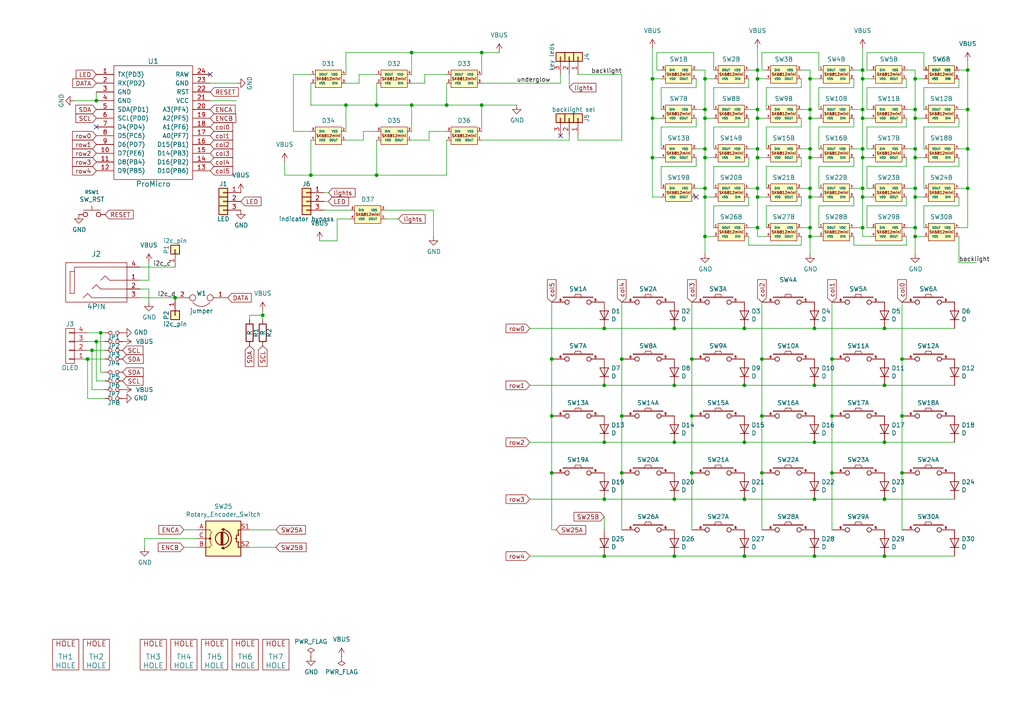
<source format=kicad_sch>
(kicad_sch (version 20211123) (generator eeschema)
  (paper "A4")
  (junction (at 256.54 111.76))
  (junction (at 215.9 161.29))
  (junction (at 265.43 22.86))
  (junction (at 236.22 95.25))
  (junction (at 200.66 137.16))
  (junction (at 189.23 34.29))
  (junction (at 195.58 144.78))
  (junction (at 219.71 31.75))
  (junction (at 265.43 31.75))
  (junction (at 265.43 68.58))
  (junction (at 265.43 34.29))
  (junction (at 219.71 54.61))
  (junction (at 280.67 31.75))
  (junction (at 234.95 43.18))
  (junction (at 76.2 91.44))
  (junction (at 109.22 30.48))
  (junction (at 250.19 20.32))
  (junction (at 241.3 137.16))
  (junction (at 204.47 57.15))
  (junction (at 200.66 120.65))
  (junction (at 250.19 43.18))
  (junction (at 234.95 57.15))
  (junction (at 265.43 43.18))
  (junction (at 256.54 144.78))
  (junction (at 175.26 128.27))
  (junction (at 219.71 57.15))
  (junction (at 204.47 68.58))
  (junction (at 215.9 111.76))
  (junction (at 219.71 66.04))
  (junction (at 195.58 128.27))
  (junction (at 29.21 96.52))
  (junction (at 219.71 34.29))
  (junction (at 261.62 120.65))
  (junction (at 100.33 30.48))
  (junction (at 160.02 120.65))
  (junction (at 215.9 144.78))
  (junction (at 250.19 57.15))
  (junction (at 26.67 101.6))
  (junction (at 215.9 95.25))
  (junction (at 250.19 22.86))
  (junction (at 250.19 54.61))
  (junction (at 250.19 66.04))
  (junction (at 160.02 104.14))
  (junction (at 234.95 54.61))
  (junction (at 234.95 31.75))
  (junction (at 250.19 34.29))
  (junction (at 200.66 104.14))
  (junction (at 109.22 50.8))
  (junction (at 250.19 45.72))
  (junction (at 256.54 128.27))
  (junction (at 219.71 43.18))
  (junction (at 160.02 137.16))
  (junction (at 280.67 43.18))
  (junction (at 180.34 137.16))
  (junction (at 25.4 104.14))
  (junction (at 220.98 104.14))
  (junction (at 27.94 99.06))
  (junction (at 280.67 20.32))
  (junction (at 204.47 43.18))
  (junction (at 265.43 45.72))
  (junction (at 234.95 34.29))
  (junction (at 189.23 22.86))
  (junction (at 139.7 15.24))
  (junction (at 195.58 95.25))
  (junction (at 195.58 111.76))
  (junction (at 90.17 50.8))
  (junction (at 241.3 120.65))
  (junction (at 204.47 54.61))
  (junction (at 27.94 29.21))
  (junction (at 220.98 120.65))
  (junction (at 119.38 15.24))
  (junction (at 236.22 161.29))
  (junction (at 119.38 30.48))
  (junction (at 220.98 137.16))
  (junction (at 219.71 45.72))
  (junction (at 261.62 137.16))
  (junction (at 250.19 31.75))
  (junction (at 175.26 144.78))
  (junction (at 219.71 22.86))
  (junction (at 50.8 86.36))
  (junction (at 236.22 111.76))
  (junction (at 234.95 22.86))
  (junction (at 129.54 30.48))
  (junction (at 256.54 161.29))
  (junction (at 236.22 128.27))
  (junction (at 241.3 104.14))
  (junction (at 189.23 45.72))
  (junction (at 265.43 54.61))
  (junction (at 261.62 104.14))
  (junction (at 265.43 66.04))
  (junction (at 256.54 95.25))
  (junction (at 204.47 45.72))
  (junction (at 204.47 34.29))
  (junction (at 175.26 95.25))
  (junction (at 195.58 161.29))
  (junction (at 139.7 30.48))
  (junction (at 180.34 104.14))
  (junction (at 215.9 128.27))
  (junction (at 204.47 22.86))
  (junction (at 234.95 45.72))
  (junction (at 219.71 20.32))
  (junction (at 265.43 57.15))
  (junction (at 204.47 31.75))
  (junction (at 234.95 68.58))
  (junction (at 236.22 144.78))
  (junction (at 180.34 120.65))
  (junction (at 280.67 54.61))
  (junction (at 234.95 66.04))
  (junction (at 175.26 111.76))
  (junction (at 175.26 161.29))
  (no_connect (at 162.56 39.37))
  (no_connect (at 201.93 57.15))
  (no_connect (at 27.94 36.83))
  (no_connect (at 60.96 21.59))
  (wire (pts (xy 119.38 30.48) (xy 129.54 30.48)))
  (wire (pts (xy 251.46 31.75) (xy 252.73 31.75)))
  (wire (pts (xy 256.54 95.25) (xy 276.86 95.25)))
  (wire (pts (xy 220.98 20.32) (xy 222.25 20.32)))
  (wire (pts (xy 167.64 21.59) (xy 180.34 21.59)))
  (wire (pts (xy 262.89 20.32) (xy 265.43 20.32)))
  (wire (pts (xy 217.17 20.32) (xy 219.71 20.32)))
  (wire (pts (xy 41.91 156.21) (xy 41.91 158.75)))
  (wire (pts (xy 278.13 20.32) (xy 280.67 20.32)))
  (wire (pts (xy 207.01 15.24) (xy 190.5 15.24)))
  (wire (pts (xy 267.97 43.18) (xy 267.97 36.83)))
  (wire (pts (xy 262.89 68.58) (xy 262.89 71.12)))
  (wire (pts (xy 222.25 48.26) (xy 222.25 54.61)))
  (wire (pts (xy 220.98 104.14) (xy 220.98 120.65)))
  (wire (pts (xy 109.22 30.48) (xy 109.22 24.13)))
  (wire (pts (xy 222.25 34.29) (xy 219.71 34.29)))
  (wire (pts (xy 222.25 45.72) (xy 219.71 45.72)))
  (wire (pts (xy 195.58 111.76) (xy 175.26 111.76)))
  (wire (pts (xy 53.34 158.75) (xy 57.15 158.75)))
  (wire (pts (xy 237.49 31.75) (xy 237.49 25.4)))
  (wire (pts (xy 280.67 54.61) (xy 280.67 66.04)))
  (wire (pts (xy 204.47 73.66) (xy 204.47 68.58)))
  (wire (pts (xy 200.66 137.16) (xy 200.66 153.67)))
  (wire (pts (xy 219.71 31.75) (xy 219.71 34.29)))
  (wire (pts (xy 207.01 68.58) (xy 204.47 68.58)))
  (wire (pts (xy 267.97 68.58) (xy 265.43 68.58)))
  (wire (pts (xy 220.98 87.63) (xy 220.98 104.14)))
  (wire (pts (xy 139.7 21.59) (xy 139.7 15.24)))
  (wire (pts (xy 217.17 25.4) (xy 217.17 22.86)))
  (wire (pts (xy 26.67 113.03) (xy 30.48 113.03)))
  (wire (pts (xy 265.43 34.29) (xy 265.43 43.18)))
  (wire (pts (xy 261.62 120.65) (xy 261.62 137.16)))
  (wire (pts (xy 256.54 128.27) (xy 276.86 128.27)))
  (wire (pts (xy 241.3 137.16) (xy 241.3 120.65)))
  (wire (pts (xy 217.17 36.83) (xy 217.17 34.29)))
  (wire (pts (xy 237.49 45.72) (xy 234.95 45.72)))
  (wire (pts (xy 175.26 95.25) (xy 153.67 95.25)))
  (wire (pts (xy 204.47 20.32) (xy 204.47 22.86)))
  (wire (pts (xy 247.65 59.69) (xy 247.65 57.15)))
  (wire (pts (xy 222.25 25.4) (xy 222.25 31.75)))
  (wire (pts (xy 232.41 66.04) (xy 234.95 66.04)))
  (wire (pts (xy 195.58 128.27) (xy 175.26 128.27)))
  (wire (pts (xy 234.95 43.18) (xy 234.95 45.72)))
  (wire (pts (xy 119.38 40.64) (xy 124.46 40.64)))
  (wire (pts (xy 215.9 161.29) (xy 236.22 161.29)))
  (wire (pts (xy 236.22 111.76) (xy 256.54 111.76)))
  (wire (pts (xy 144.78 15.24) (xy 139.7 15.24)))
  (wire (pts (xy 109.22 40.64) (xy 109.22 50.8)))
  (wire (pts (xy 191.77 48.26) (xy 191.77 54.61)))
  (wire (pts (xy 207.01 20.32) (xy 207.01 15.24)))
  (wire (pts (xy 201.93 43.18) (xy 204.47 43.18)))
  (wire (pts (xy 250.19 57.15) (xy 250.19 54.61)))
  (wire (pts (xy 247.65 31.75) (xy 250.19 31.75)))
  (wire (pts (xy 43.18 81.28) (xy 40.64 81.28)))
  (wire (pts (xy 247.65 43.18) (xy 250.19 43.18)))
  (wire (pts (xy 219.71 22.86) (xy 219.71 31.75)))
  (wire (pts (xy 267.97 31.75) (xy 267.97 25.4)))
  (wire (pts (xy 232.41 31.75) (xy 234.95 31.75)))
  (wire (pts (xy 204.47 54.61) (xy 204.47 45.72)))
  (wire (pts (xy 251.46 66.04) (xy 252.73 66.04)))
  (wire (pts (xy 265.43 66.04) (xy 265.43 68.58)))
  (wire (pts (xy 104.14 21.59) (xy 104.14 24.13)))
  (wire (pts (xy 217.17 31.75) (xy 219.71 31.75)))
  (wire (pts (xy 100.33 38.1) (xy 100.33 30.48)))
  (wire (pts (xy 262.89 25.4) (xy 251.46 25.4)))
  (wire (pts (xy 60.96 24.13) (xy 68.58 24.13)))
  (wire (pts (xy 265.43 31.75) (xy 265.43 34.29)))
  (wire (pts (xy 125.73 60.96) (xy 125.73 68.58)))
  (wire (pts (xy 265.43 34.29) (xy 267.97 34.29)))
  (wire (pts (xy 90.17 50.8) (xy 82.55 50.8)))
  (wire (pts (xy 195.58 144.78) (xy 215.9 144.78)))
  (wire (pts (xy 200.66 104.14) (xy 200.66 120.65)))
  (wire (pts (xy 189.23 57.15) (xy 191.77 57.15)))
  (wire (pts (xy 207.01 25.4) (xy 217.17 25.4)))
  (wire (pts (xy 234.95 20.32) (xy 234.95 22.86)))
  (wire (pts (xy 262.89 36.83) (xy 251.46 36.83)))
  (wire (pts (xy 129.54 40.64) (xy 129.54 50.8)))
  (wire (pts (xy 100.33 15.24) (xy 100.33 21.59)))
  (wire (pts (xy 53.34 153.67) (xy 57.15 153.67)))
  (wire (pts (xy 25.4 96.52) (xy 29.21 96.52)))
  (wire (pts (xy 204.47 57.15) (xy 204.47 54.61)))
  (wire (pts (xy 201.93 36.83) (xy 191.77 36.83)))
  (wire (pts (xy 252.73 45.72) (xy 250.19 45.72)))
  (wire (pts (xy 195.58 111.76) (xy 215.9 111.76)))
  (wire (pts (xy 219.71 66.04) (xy 219.71 68.58)))
  (wire (pts (xy 124.46 40.64) (xy 124.46 38.1)))
  (wire (pts (xy 76.2 90.17) (xy 76.2 91.44)))
  (wire (pts (xy 215.9 144.78) (xy 236.22 144.78)))
  (wire (pts (xy 111.76 63.5) (xy 115.57 63.5)))
  (wire (pts (xy 262.89 31.75) (xy 265.43 31.75)))
  (wire (pts (xy 27.94 26.67) (xy 27.94 29.21)))
  (wire (pts (xy 139.7 30.48) (xy 149.86 30.48)))
  (wire (pts (xy 27.94 110.49) (xy 30.48 110.49)))
  (wire (pts (xy 200.66 120.65) (xy 200.66 137.16)))
  (wire (pts (xy 232.41 48.26) (xy 222.25 48.26)))
  (wire (pts (xy 280.67 54.61) (xy 278.13 54.61)))
  (wire (pts (xy 123.19 21.59) (xy 123.19 24.13)))
  (wire (pts (xy 215.9 128.27) (xy 236.22 128.27)))
  (wire (pts (xy 262.89 71.12) (xy 247.65 71.12)))
  (wire (pts (xy 232.41 22.86) (xy 232.41 25.4)))
  (wire (pts (xy 251.46 59.69) (xy 251.46 66.04)))
  (wire (pts (xy 29.21 96.52) (xy 29.21 107.95)))
  (wire (pts (xy 232.41 57.15) (xy 232.41 59.69)))
  (wire (pts (xy 60.96 29.21) (xy 68.58 29.21)))
  (wire (pts (xy 250.19 54.61) (xy 250.19 45.72)))
  (wire (pts (xy 234.95 57.15) (xy 234.95 66.04)))
  (wire (pts (xy 220.98 137.16) (xy 220.98 153.67)))
  (wire (pts (xy 180.34 137.16) (xy 180.34 153.67)))
  (wire (pts (xy 261.62 137.16) (xy 261.62 153.67)))
  (wire (pts (xy 90.17 30.48) (xy 90.17 24.13)))
  (wire (pts (xy 195.58 95.25) (xy 215.9 95.25)))
  (wire (pts (xy 234.95 31.75) (xy 234.95 34.29)))
  (wire (pts (xy 220.98 120.65) (xy 220.98 137.16)))
  (wire (pts (xy 195.58 161.29) (xy 215.9 161.29)))
  (wire (pts (xy 250.19 68.58) (xy 250.19 66.04)))
  (wire (pts (xy 191.77 45.72) (xy 189.23 45.72)))
  (wire (pts (xy 207.01 57.15) (xy 204.47 57.15)))
  (wire (pts (xy 265.43 68.58) (xy 265.43 73.66)))
  (wire (pts (xy 267.97 15.24) (xy 251.46 15.24)))
  (wire (pts (xy 222.25 36.83) (xy 222.25 43.18)))
  (wire (pts (xy 217.17 43.18) (xy 219.71 43.18)))
  (wire (pts (xy 190.5 20.32) (xy 191.77 20.32)))
  (wire (pts (xy 162.56 21.59) (xy 162.56 24.13)))
  (wire (pts (xy 217.17 54.61) (xy 219.71 54.61)))
  (wire (pts (xy 93.98 55.88) (xy 95.25 55.88)))
  (wire (pts (xy 189.23 22.86) (xy 189.23 34.29)))
  (wire (pts (xy 247.65 48.26) (xy 247.65 45.72)))
  (wire (pts (xy 85.09 21.59) (xy 85.09 38.1)))
  (wire (pts (xy 85.09 38.1) (xy 90.17 38.1)))
  (wire (pts (xy 97.79 63.5) (xy 97.79 69.85)))
  (wire (pts (xy 232.41 20.32) (xy 234.95 20.32)))
  (wire (pts (xy 189.23 45.72) (xy 189.23 57.15)))
  (wire (pts (xy 175.26 128.27) (xy 153.67 128.27)))
  (wire (pts (xy 207.01 54.61) (xy 207.01 48.26)))
  (wire (pts (xy 153.67 161.29) (xy 175.26 161.29)))
  (wire (pts (xy 241.3 87.63) (xy 241.3 104.14)))
  (wire (pts (xy 247.65 71.12) (xy 247.65 68.58)))
  (wire (pts (xy 256.54 111.76) (xy 276.86 111.76)))
  (wire (pts (xy 30.48 104.14) (xy 25.4 104.14)))
  (wire (pts (xy 215.9 111.76) (xy 236.22 111.76)))
  (wire (pts (xy 267.97 25.4) (xy 278.13 25.4)))
  (wire (pts (xy 90.17 40.64) (xy 90.17 50.8)))
  (wire (pts (xy 237.49 57.15) (xy 234.95 57.15)))
  (wire (pts (xy 90.17 21.59) (xy 85.09 21.59)))
  (wire (pts (xy 234.95 22.86) (xy 234.95 31.75)))
  (wire (pts (xy 278.13 59.69) (xy 278.13 57.15)))
  (wire (pts (xy 217.17 71.12) (xy 217.17 68.58)))
  (wire (pts (xy 40.64 86.36) (xy 50.8 86.36)))
  (wire (pts (xy 250.19 45.72) (xy 250.19 43.18)))
  (wire (pts (xy 234.95 45.72) (xy 234.95 54.61)))
  (wire (pts (xy 201.93 54.61) (xy 204.47 54.61)))
  (wire (pts (xy 280.67 43.18) (xy 278.13 43.18)))
  (wire (pts (xy 160.02 153.67) (xy 161.29 153.67)))
  (wire (pts (xy 232.41 68.58) (xy 232.41 71.12)))
  (wire (pts (xy 251.46 20.32) (xy 252.73 20.32)))
  (wire (pts (xy 256.54 144.78) (xy 276.86 144.78)))
  (wire (pts (xy 72.39 158.75) (xy 80.01 158.75)))
  (wire (pts (xy 26.67 101.6) (xy 26.67 113.03)))
  (wire (pts (xy 250.19 34.29) (xy 250.19 31.75)))
  (wire (pts (xy 247.65 25.4) (xy 247.65 22.86)))
  (wire (pts (xy 232.41 59.69) (xy 222.25 59.69)))
  (wire (pts (xy 95.25 58.42) (xy 93.98 58.42)))
  (wire (pts (xy 237.49 54.61) (xy 237.49 48.26)))
  (wire (pts (xy 234.95 68.58) (xy 234.95 73.66)))
  (wire (pts (xy 40.64 83.82) (xy 43.18 83.82)))
  (wire (pts (xy 236.22 128.27) (xy 256.54 128.27)))
  (wire (pts (xy 105.41 38.1) (xy 109.22 38.1)))
  (wire (pts (xy 251.46 15.24) (xy 251.46 20.32)))
  (wire (pts (xy 250.19 22.86) (xy 250.19 20.32)))
  (wire (pts (xy 100.33 30.48) (xy 90.17 30.48)))
  (wire (pts (xy 237.49 15.24) (xy 220.98 15.24)))
  (wire (pts (xy 100.33 40.64) (xy 105.41 40.64)))
  (wire (pts (xy 204.47 45.72) (xy 204.47 43.18)))
  (wire (pts (xy 100.33 30.48) (xy 109.22 30.48)))
  (wire (pts (xy 189.23 34.29) (xy 189.23 45.72)))
  (wire (pts (xy 219.71 68.58) (xy 222.25 68.58)))
  (wire (pts (xy 201.93 20.32) (xy 204.47 20.32)))
  (wire (pts (xy 175.26 149.86) (xy 175.26 153.67)))
  (wire (pts (xy 250.19 31.75) (xy 250.19 22.86)))
  (wire (pts (xy 201.93 31.75) (xy 204.47 31.75)))
  (wire (pts (xy 207.01 43.18) (xy 207.01 36.83)))
  (wire (pts (xy 236.22 161.29) (xy 256.54 161.29)))
  (wire (pts (xy 219.71 34.29) (xy 219.71 43.18)))
  (wire (pts (xy 237.49 34.29) (xy 234.95 34.29)))
  (wire (pts (xy 232.41 34.29) (xy 232.41 36.83)))
  (wire (pts (xy 219.71 57.15) (xy 219.71 66.04)))
  (wire (pts (xy 251.46 36.83) (xy 251.46 43.18)))
  (wire (pts (xy 252.73 22.86) (xy 250.19 22.86)))
  (wire (pts (xy 237.49 20.32) (xy 237.49 15.24)))
  (wire (pts (xy 262.89 57.15) (xy 262.89 59.69)))
  (wire (pts (xy 262.89 43.18) (xy 265.43 43.18)))
  (wire (pts (xy 267.97 22.86) (xy 265.43 22.86)))
  (wire (pts (xy 191.77 36.83) (xy 191.77 43.18)))
  (wire (pts (xy 101.6 63.5) (xy 97.79 63.5)))
  (wire (pts (xy 190.5 15.24) (xy 190.5 20.32)))
  (wire (pts (xy 261.62 120.65) (xy 261.62 104.14)))
  (wire (pts (xy 219.71 20.32) (xy 219.71 22.86)))
  (wire (pts (xy 139.7 38.1) (xy 139.7 30.48)))
  (wire (pts (xy 207.01 66.04) (xy 207.01 59.69)))
  (wire (pts (xy 105.41 40.64) (xy 105.41 38.1)))
  (wire (pts (xy 207.01 45.72) (xy 204.47 45.72)))
  (wire (pts (xy 262.89 34.29) (xy 262.89 36.83)))
  (wire (pts (xy 119.38 15.24) (xy 100.33 15.24)))
  (wire (pts (xy 247.65 66.04) (xy 250.19 66.04)))
  (wire (pts (xy 265.43 20.32) (xy 265.43 22.86)))
  (wire (pts (xy 129.54 21.59) (xy 123.19 21.59)))
  (wire (pts (xy 247.65 36.83) (xy 247.65 34.29)))
  (wire (pts (xy 236.22 144.78) (xy 256.54 144.78)))
  (wire (pts (xy 267.97 48.26) (xy 278.13 48.26)))
  (wire (pts (xy 40.64 77.47) (xy 50.8 77.47)))
  (wire (pts (xy 219.71 13.97) (xy 219.71 20.32)))
  (wire (pts (xy 219.71 43.18) (xy 219.71 45.72)))
  (wire (pts (xy 265.43 57.15) (xy 265.43 66.04)))
  (wire (pts (xy 204.47 22.86) (xy 204.47 31.75)))
  (wire (pts (xy 109.22 21.59) (xy 104.14 21.59)))
  (wire (pts (xy 160.02 87.63) (xy 160.02 104.14)))
  (wire (pts (xy 234.95 34.29) (xy 234.95 43.18)))
  (wire (pts (xy 262.89 59.69) (xy 251.46 59.69)))
  (wire (pts (xy 27.94 29.21) (xy 21.59 29.21)))
  (wire (pts (xy 180.34 104.14) (xy 180.34 120.65)))
  (wire (pts (xy 165.1 25.4) (xy 165.1 21.59)))
  (wire (pts (xy 207.01 59.69) (xy 217.17 59.69)))
  (wire (pts (xy 160.02 104.14) (xy 160.02 120.65)))
  (wire (pts (xy 195.58 144.78) (xy 175.26 144.78)))
  (wire (pts (xy 201.93 25.4) (xy 191.77 25.4)))
  (wire (pts (xy 234.95 66.04) (xy 234.95 68.58)))
  (wire (pts (xy 76.2 91.44) (xy 76.2 92.71)))
  (wire (pts (xy 278.13 36.83) (xy 278.13 34.29)))
  (wire (pts (xy 207.01 31.75) (xy 207.01 25.4)))
  (wire (pts (xy 252.73 57.15) (xy 250.19 57.15)))
  (wire (pts (xy 278.13 68.58) (xy 278.13 76.2)))
  (wire (pts (xy 101.6 60.96) (xy 93.98 60.96)))
  (wire (pts (xy 232.41 25.4) (xy 222.25 25.4)))
  (wire (pts (xy 250.19 20.32) (xy 250.19 13.97)))
  (wire (pts (xy 256.54 161.29) (xy 276.86 161.29)))
  (wire (pts (xy 207.01 34.29) (xy 204.47 34.29)))
  (wire (pts (xy 267.97 36.83) (xy 278.13 36.83)))
  (wire (pts (xy 175.26 144.78) (xy 153.67 144.78)))
  (wire (pts (xy 191.77 22.86) (xy 189.23 22.86)))
  (wire (pts (xy 204.47 43.18) (xy 204.47 34.29)))
  (wire (pts (xy 180.34 120.65) (xy 180.34 137.16)))
  (wire (pts (xy 160.02 137.16) (xy 160.02 153.67)))
  (wire (pts (xy 123.19 24.13) (xy 119.38 24.13)))
  (wire (pts (xy 237.49 25.4) (xy 247.65 25.4)))
  (wire (pts (xy 167.64 40.64) (xy 180.34 40.64)))
  (wire (pts (xy 204.47 22.86) (xy 207.01 22.86)))
  (wire (pts (xy 72.39 153.67) (xy 80.01 153.67)))
  (wire (pts (xy 195.58 95.25) (xy 175.26 95.25)))
  (wire (pts (xy 237.49 36.83) (xy 247.65 36.83)))
  (wire (pts (xy 251.46 54.61) (xy 252.73 54.61)))
  (wire (pts (xy 72.39 91.44) (xy 76.2 91.44)))
  (wire (pts (xy 241.3 137.16) (xy 241.3 153.67)))
  (wire (pts (xy 280.67 31.75) (xy 280.67 43.18)))
  (wire (pts (xy 82.55 50.8) (xy 82.55 46.99)))
  (wire (pts (xy 267.97 54.61) (xy 267.97 48.26)))
  (wire (pts (xy 175.26 111.76) (xy 153.67 111.76)))
  (wire (pts (xy 175.26 161.29) (xy 195.58 161.29)))
  (wire (pts (xy 237.49 48.26) (xy 247.65 48.26)))
  (wire (pts (xy 278.13 25.4) (xy 278.13 22.86)))
  (wire (pts (xy 280.67 20.32) (xy 280.67 17.78)))
  (wire (pts (xy 139.7 24.13) (xy 162.56 24.13)))
  (wire (pts (xy 217.17 59.69) (xy 217.17 57.15)))
  (wire (pts (xy 92.71 69.85) (xy 97.79 69.85)))
  (wire (pts (xy 139.7 40.64) (xy 165.1 40.64)))
  (wire (pts (xy 25.4 99.06) (xy 27.94 99.06)))
  (wire (pts (xy 232.41 54.61) (xy 234.95 54.61)))
  (wire (pts (xy 129.54 30.48) (xy 139.7 30.48)))
  (wire (pts (xy 265.43 43.18) (xy 265.43 45.72)))
  (wire (pts (xy 119.38 21.59) (xy 119.38 15.24)))
  (wire (pts (xy 262.89 54.61) (xy 265.43 54.61)))
  (wire (pts (xy 90.17 50.8) (xy 109.22 50.8)))
  (wire (pts (xy 27.94 99.06) (xy 27.94 110.49)))
  (wire (pts (xy 124.46 38.1) (xy 129.54 38.1)))
  (wire (pts (xy 189.23 13.97) (xy 189.23 22.86)))
  (wire (pts (xy 250.19 43.18) (xy 250.19 34.29)))
  (wire (pts (xy 109.22 50.8) (xy 129.54 50.8)))
  (wire (pts (xy 262.89 45.72) (xy 262.89 48.26)))
  (wire (pts (xy 247.65 20.32) (xy 250.19 20.32)))
  (wire (pts (xy 43.18 76.2) (xy 43.18 81.28)))
  (wire (pts (xy 251.46 43.18) (xy 252.73 43.18)))
  (wire (pts (xy 201.93 45.72) (xy 201.93 48.26)))
  (wire (pts (xy 195.58 128.27) (xy 215.9 128.27)))
  (wire (pts (xy 207.01 48.26) (xy 217.17 48.26)))
  (wire (pts (xy 215.9 95.25) (xy 236.22 95.25)))
  (wire (pts (xy 180.34 40.64) (xy 180.34 21.59)))
  (wire (pts (xy 232.41 36.83) (xy 222.25 36.83)))
  (wire (pts (xy 160.02 120.65) (xy 160.02 137.16)))
  (wire (pts (xy 280.67 31.75) (xy 278.13 31.75)))
  (wire (pts (xy 232.41 43.18) (xy 234.95 43.18)))
  (wire (pts (xy 241.3 104.14) (xy 241.3 120.65)))
  (wire (pts (xy 191.77 34.29) (xy 189.23 34.29)))
  (wire (pts (xy 278.13 76.2) (xy 283.21 76.2)))
  (wire (pts (xy 191.77 25.4) (xy 191.77 31.75)))
  (wire (pts (xy 219.71 45.72) (xy 219.71 54.61)))
  (wire (pts (xy 220.98 15.24) (xy 220.98 20.32)))
  (wire (pts (xy 265.43 22.86) (xy 265.43 31.75)))
  (wire (pts (xy 234.95 54.61) (xy 234.95 57.15)))
  (wire (pts (xy 247.65 54.61) (xy 250.19 54.61)))
  (wire (pts (xy 109.22 30.48) (xy 119.38 30.48)))
  (wire (pts (xy 237.49 68.58) (xy 234.95 68.58)))
  (wire (pts (xy 251.46 25.4) (xy 251.46 31.75)))
  (wire (pts (xy 237.49 22.86) (xy 234.95 22.86)))
  (wire (pts (xy 262.89 66.04) (xy 265.43 66.04)))
  (wire (pts (xy 222.25 57.15) (xy 219.71 57.15)))
  (wire (pts (xy 256.54 95.25) (xy 236.22 95.25)))
  (wire (pts (xy 252.73 68.58) (xy 250.19 68.58)))
  (wire (pts (xy 201.93 22.86) (xy 201.93 25.4)))
  (wire (pts (xy 232.41 71.12) (xy 217.17 71.12)))
  (wire (pts (xy 139.7 15.24) (xy 119.38 15.24)))
  (wire (pts (xy 201.93 48.26) (xy 191.77 48.26)))
  (wire (pts (xy 57.15 156.21) (xy 41.91 156.21)))
  (wire (pts (xy 265.43 54.61) (xy 265.43 57.15)))
  (wire (pts (xy 167.64 39.37) (xy 167.64 40.64)))
  (wire (pts (xy 200.66 87.63) (xy 200.66 104.14)))
  (wire (pts (xy 237.49 59.69) (xy 247.65 59.69)))
  (wire (pts (xy 278.13 48.26) (xy 278.13 45.72)))
  (wire (pts (xy 222.25 59.69) (xy 222.25 66.04)))
  (wire (pts (xy 217.17 48.26) (xy 217.17 45.72)))
  (wire (pts (xy 25.4 115.57) (xy 30.48 115.57)))
  (wire (pts (xy 204.47 34.29) (xy 204.47 31.75)))
  (wire (pts (xy 201.93 34.29) (xy 201.93 36.83)))
  (wire (pts (xy 250.19 66.04) (xy 250.19 57.15)))
  (wire (pts (xy 267.97 59.69) (xy 278.13 59.69)))
  (wire (pts (xy 237.49 66.04) (xy 237.49 59.69)))
  (wire (pts (xy 267.97 57.15) (xy 265.43 57.15)))
  (wire (pts (xy 280.67 43.18) (xy 280.67 54.61)))
  (wire (pts (xy 267.97 20.32) (xy 267.97 15.24)))
  (wire (pts (xy 27.94 99.06) (xy 30.48 99.06)))
  (wire (pts (xy 267.97 45.72) (xy 265.43 45.72)))
  (wire (pts (xy 25.4 104.14) (xy 25.4 115.57)))
  (wire (pts (xy 104.14 24.13) (xy 100.33 24.13)))
  (wire (pts (xy 261.62 104.14) (xy 261.62 87.63)))
  (wire (pts (xy 165.1 40.64) (xy 165.1 39.37)))
  (wire (pts (xy 43.18 83.82) (xy 43.18 87.63)))
  (wire (pts (xy 262.89 22.86) (xy 262.89 25.4)))
  (wire (pts (xy 29.21 96.52) (xy 30.48 96.52)))
  (wire (pts (xy 265.43 45.72) (xy 265.43 54.61)))
  (wire (pts (xy 232.41 45.72) (xy 232.41 48.26)))
  (wire (pts (xy 252.73 34.29) (xy 250.19 34.29)))
  (wire (pts (xy 72.39 92.71) (xy 72.39 91.44)))
  (wire (pts (xy 129.54 30.48) (xy 129.54 24.13)))
  (wire (pts (xy 219.71 54.61) (xy 219.71 57.15)))
  (wire (pts (xy 251.46 48.26) (xy 251.46 54.61)))
  (wire (pts (xy 29.21 107.95) (xy 30.48 107.95)))
  (wire (pts (xy 25.4 101.6) (xy 26.67 101.6)))
  (wire (pts (xy 119.38 30.48) (xy 119.38 38.1)))
  (wire (pts (xy 237.49 43.18) (xy 237.49 36.83)))
  (wire (pts (xy 222.25 22.86) (xy 219.71 22.86)))
  (wire (pts (xy 262.89 48.26) (xy 251.46 48.26)))
  (wire (pts (xy 217.17 66.04) (xy 219.71 66.04)))
  (wire (pts (xy 26.67 101.6) (xy 30.48 101.6)))
  (wire (pts (xy 280.67 66.04) (xy 278.13 66.04)))
  (wire (pts (xy 280.67 20.32) (xy 280.67 31.75)))
  (wire (pts (xy 267.97 66.04) (xy 267.97 59.69)))
  (wire (pts (xy 180.34 87.63) (xy 180.34 104.14)))
  (wire (pts (xy 111.76 60.96) (xy 125.73 60.96)))
  (wire (pts (xy 204.47 68.58) (xy 204.47 57.15)))
  (wire (pts (xy 207.01 36.83) (xy 217.17 36.83)))
  (label "backlight" (at 278.13 76.2 0))
  (label "i2c_c" (at 44.45 77.47 0))
  (label "backlight" (at 171.45 21.59 0))
  (label "underglow" (at 149.86 24.13 0))
  (label "i2c_d" (at 45.72 86.36 0))
  (global_label "col2" (shape input) (at 220.98 87.63 90) (property "Intersheet References" "${INTERSHEET_REFS}" (effects hide)))
  (global_label "ENCA" (shape input) (at 60.96 31.75 0) (property "Intersheet References" "${INTERSHEET_REFS}" (effects hide)))
  (global_label "ENCB" (shape input) (at 53.34 158.75 180) (property "Intersheet References" "${INTERSHEET_REFS}" (effects hide)))
  (global_label "lights" (shape input) (at 165.1 25.4 0) (property "Intersheet References" "${INTERSHEET_REFS}" (effects hide)))
  (global_label "SW25A" (shape input) (at 161.29 153.67 0) (property "Intersheet References" "${INTERSHEET_REFS}" (effects hide)))
  (global_label "row1" (shape input) (at 153.67 111.76 180) (property "Intersheet References" "${INTERSHEET_REFS}" (effects hide)))
  (global_label "lights" (shape input) (at 115.57 63.5 0) (property "Intersheet References" "${INTERSHEET_REFS}" (effects hide)))
  (global_label "SCL" (shape input) (at 35.56 101.6 0) (property "Intersheet References" "${INTERSHEET_REFS}" (effects hide)))
  (global_label "LED" (shape input) (at 95.25 58.42 0) (property "Intersheet References" "${INTERSHEET_REFS}" (effects hide)))
  (global_label "col2" (shape input) (at 60.96 41.91 0) (property "Intersheet References" "${INTERSHEET_REFS}" (effects hide)))
  (global_label "SDA" (shape input) (at 35.56 104.14 0) (property "Intersheet References" "${INTERSHEET_REFS}" (effects hide)))
  (global_label "col0" (shape input) (at 60.96 36.83 0) (property "Intersheet References" "${INTERSHEET_REFS}" (effects hide)))
  (global_label "SDA" (shape input) (at 35.56 107.95 0) (property "Intersheet References" "${INTERSHEET_REFS}" (effects hide)))
  (global_label "SDA" (shape input) (at 72.39 100.33 270) (property "Intersheet References" "${INTERSHEET_REFS}" (effects hide)))
  (global_label "lights" (shape input) (at 95.25 55.88 0) (property "Intersheet References" "${INTERSHEET_REFS}" (effects hide)))
  (global_label "col1" (shape input) (at 60.96 39.37 0) (property "Intersheet References" "${INTERSHEET_REFS}" (effects hide)))
  (global_label "LED" (shape input) (at 69.85 58.42 0) (property "Intersheet References" "${INTERSHEET_REFS}" (effects hide)))
  (global_label "row3" (shape input) (at 27.94 46.99 180) (property "Intersheet References" "${INTERSHEET_REFS}" (effects hide)))
  (global_label "SCL" (shape input) (at 27.94 34.29 180) (property "Intersheet References" "${INTERSHEET_REFS}" (effects hide)))
  (global_label "DATA" (shape input) (at 27.94 24.13 180) (property "Intersheet References" "${INTERSHEET_REFS}" (effects hide)))
  (global_label "SCL" (shape input) (at 35.56 110.49 0) (property "Intersheet References" "${INTERSHEET_REFS}" (effects hide)))
  (global_label "SW25B" (shape input) (at 80.01 158.75 0) (property "Intersheet References" "${INTERSHEET_REFS}" (effects hide)))
  (global_label "LED" (shape input) (at 27.94 21.59 180) (property "Intersheet References" "${INTERSHEET_REFS}" (effects hide)))
  (global_label "SCL" (shape input) (at 76.2 100.33 270) (property "Intersheet References" "${INTERSHEET_REFS}" (effects hide)))
  (global_label "SDA" (shape input) (at 27.94 31.75 180) (property "Intersheet References" "${INTERSHEET_REFS}" (effects hide)))
  (global_label "row0" (shape input) (at 153.67 95.25 180) (property "Intersheet References" "${INTERSHEET_REFS}" (effects hide)))
  (global_label "ENCA" (shape input) (at 53.34 153.67 180) (property "Intersheet References" "${INTERSHEET_REFS}" (effects hide)))
  (global_label "row2" (shape input) (at 27.94 44.45 180) (property "Intersheet References" "${INTERSHEET_REFS}" (effects hide)))
  (global_label "col0" (shape input) (at 261.62 87.63 90) (property "Intersheet References" "${INTERSHEET_REFS}" (effects hide)))
  (global_label "RESET" (shape input) (at 30.48 62.23 0) (property "Intersheet References" "${INTERSHEET_REFS}" (effects hide)))
  (global_label "DATA" (shape input) (at 66.04 86.36 0) (property "Intersheet References" "${INTERSHEET_REFS}" (effects hide)))
  (global_label "RESET" (shape input) (at 60.96 26.67 0) (property "Intersheet References" "${INTERSHEET_REFS}" (effects hide)))
  (global_label "col5" (shape input) (at 60.96 49.53 0) (property "Intersheet References" "${INTERSHEET_REFS}" (effects hide)))
  (global_label "col5" (shape input) (at 160.02 87.63 90) (property "Intersheet References" "${INTERSHEET_REFS}" (effects hide)))
  (global_label "col3" (shape input) (at 200.66 87.63 90) (property "Intersheet References" "${INTERSHEET_REFS}" (effects hide)))
  (global_label "col3" (shape input) (at 60.96 44.45 0) (property "Intersheet References" "${INTERSHEET_REFS}" (effects hide)))
  (global_label "row1" (shape input) (at 27.94 41.91 180) (property "Intersheet References" "${INTERSHEET_REFS}" (effects hide)))
  (global_label "ENCB" (shape input) (at 60.96 34.29 0) (property "Intersheet References" "${INTERSHEET_REFS}" (effects hide)))
  (global_label "row2" (shape input) (at 153.67 128.27 180) (property "Intersheet References" "${INTERSHEET_REFS}" (effects hide)))
  (global_label "row0" (shape input) (at 27.94 39.37 180) (property "Intersheet References" "${INTERSHEET_REFS}" (effects hide)))
  (global_label "row4" (shape input) (at 27.94 49.53 180) (property "Intersheet References" "${INTERSHEET_REFS}" (effects hide)))
  (global_label "row3" (shape input) (at 153.67 144.78 180) (property "Intersheet References" "${INTERSHEET_REFS}" (effects hide)))
  (global_label "row4" (shape input) (at 153.67 161.29 180) (property "Intersheet References" "${INTERSHEET_REFS}" (effects hide)))
  (global_label "col4" (shape input) (at 180.34 87.63 90) (property "Intersheet References" "${INTERSHEET_REFS}" (effects hide)))
  (global_label "col1" (shape input) (at 241.3 87.63 90) (property "Intersheet References" "${INTERSHEET_REFS}" (effects hide)))
  (global_label "SW25A" (shape input) (at 80.01 153.67 0) (property "Intersheet References" "${INTERSHEET_REFS}" (effects hide)))
  (global_label "col4" (shape input) (at 60.96 46.99 0) (property "Intersheet References" "${INTERSHEET_REFS}" (effects hide)))
  (global_label "SW25B" (shape input) (at 175.26 149.86 180) (property "Intersheet References" "${INTERSHEET_REFS}" (effects hide)))
  (symbol (lib_id "SofleKeyboard-rescue:ProMicro_2-Lily58-cache-Lily58_Pro-rescue") (at 44.45 35.56 0) (unit 1)
    (property "Reference" "U1" (at 44.45 17.78 0) (effects (font (size 1.524 1.524))))
    (property "Value" "ProMicro" (at 44.45 53.34 0) (effects (font (size 1.524 1.524))))
    (property "Footprint" "SofleKeyboard-footprint:ProMicro" (effects hide))
  )
  (symbol (lib_id "SofleKeyboard:SW_PUSH-MX_W_LED") (at 187.96 153.67 0) (unit 1)
    (property "Reference" "SW26" (at 187.96 149.86 0))
    (property "Value" "SW_PUSH-MX_W_LED" (effects hide))
    (property "Footprint" "Button_Switch_Keyboard:SK6812MINI_and_cherry" (effects hide))
  )
  (symbol (lib_id "SofleKeyboard:SW_PUSH-MX_W_LED") (at 167.64 87.63 0) (unit 1)
    (property "Reference" "SW1" (at 167.64 83.82 0))
    (property "Value" "SW_PUSH-MX_W_LED" (effects hide))
    (property "Footprint" "Button_Switch_Keyboard:SK6812MINI_and_cherry" (effects hide))
  )
  (symbol (lib_id "SofleKeyboard-rescue:D-Lily58-cache-Lily58_Pro-rescue") (at 175.26 91.44 90) (unit 1)
    (property "Reference" "D1" (at 177.2666 90.2716 90) (effects (justify right)))
    (property "Value" "D" (at 177.2666 92.583 90) (effects (justify right)))
    (property "Footprint" "Diode_SMD:crkbd-diode" (effects hide))
  )
  (symbol (lib_id "SofleKeyboard:SW_PUSH-MX_W_LED") (at 187.96 87.63 0) (unit 1)
    (property "Reference" "SW2" (at 187.96 83.82 0))
    (property "Value" "SW_PUSH-MX_W_LED" (effects hide))
    (property "Footprint" "Button_Switch_Keyboard:SK6812MINI_and_cherry" (effects hide))
  )
  (symbol (lib_id "SofleKeyboard-rescue:D-Lily58-cache-Lily58_Pro-rescue") (at 195.58 91.44 90) (unit 1)
    (property "Reference" "D2" (at 197.5866 90.2716 90) (effects (justify right)))
    (property "Value" "D" (at 197.5866 92.583 90) (effects (justify right)))
    (property "Footprint" "Diode_SMD:crkbd-diode" (effects hide))
  )
  (symbol (lib_id "SofleKeyboard:SW_PUSH-MX_W_LED") (at 208.28 87.63 0) (unit 1)
    (property "Reference" "SW3" (at 208.28 83.82 0))
    (property "Value" "SW_PUSH-MX_W_LED" (effects hide))
    (property "Footprint" "Button_Switch_Keyboard:SK6812MINI_and_cherry" (effects hide))
  )
  (symbol (lib_id "SofleKeyboard-rescue:D-Lily58-cache-Lily58_Pro-rescue") (at 215.9 91.44 90) (unit 1)
    (property "Reference" "D3" (at 217.9066 90.2716 90) (effects (justify right)))
    (property "Value" "D" (at 217.9066 92.583 90) (effects (justify right)))
    (property "Footprint" "Diode_SMD:crkbd-diode" (effects hide))
  )
  (symbol (lib_id "SofleKeyboard:SW_PUSH-MX_W_LED") (at 228.6 87.63 0) (unit 1)
    (property "Reference" "SW4" (at 228.6 81.153 0))
    (property "Value" "SW_PUSH-MX_W_LED" (effects hide))
    (property "Footprint" "Button_Switch_Keyboard:SK6812MINI_and_cherry" (effects hide))
  )
  (symbol (lib_id "SofleKeyboard-rescue:D-Lily58-cache-Lily58_Pro-rescue") (at 236.22 91.44 90) (unit 1)
    (property "Reference" "D4" (at 238.2266 90.2716 90) (effects (justify right)))
    (property "Value" "D" (at 238.2266 92.583 90) (effects (justify right)))
    (property "Footprint" "Diode_SMD:crkbd-diode" (effects hide))
  )
  (symbol (lib_id "SofleKeyboard:SW_PUSH-MX_W_LED") (at 248.92 87.63 0) (unit 1)
    (property "Reference" "SW5" (at 248.92 83.82 0))
    (property "Value" "SW_PUSH-MX_W_LED" (effects hide))
    (property "Footprint" "Button_Switch_Keyboard:SK6812MINI_and_cherry" (effects hide))
  )
  (symbol (lib_id "SofleKeyboard-rescue:D-Lily58-cache-Lily58_Pro-rescue") (at 256.54 91.44 90) (unit 1)
    (property "Reference" "D5" (at 258.5466 90.2716 90) (effects (justify right)))
    (property "Value" "D" (at 258.5466 92.583 90) (effects (justify right)))
    (property "Footprint" "Diode_SMD:crkbd-diode" (effects hide))
  )
  (symbol (lib_id "SofleKeyboard:SW_PUSH-MX_W_LED") (at 269.24 87.63 0) (unit 1)
    (property "Reference" "SW6" (at 269.24 83.82 0))
    (property "Value" "SW_PUSH-MX_W_LED" (effects hide))
    (property "Footprint" "Button_Switch_Keyboard:SK6812MINI_and_cherry" (effects hide))
  )
  (symbol (lib_id "SofleKeyboard-rescue:D-Lily58-cache-Lily58_Pro-rescue") (at 276.86 91.44 90) (unit 1)
    (property "Reference" "D6" (at 278.8666 90.2716 90) (effects (justify right)))
    (property "Value" "D" (at 278.8666 92.583 90) (effects (justify right)))
    (property "Footprint" "Diode_SMD:crkbd-diode" (effects hide))
  )
  (symbol (lib_id "SofleKeyboard:SW_PUSH-MX_W_LED") (at 187.96 104.14 0) (unit 1)
    (property "Reference" "SW8" (at 187.96 100.33 0))
    (property "Value" "SW_PUSH-MX_W_LED" (effects hide))
    (property "Footprint" "Button_Switch_Keyboard:SK6812MINI_and_cherry" (effects hide))
  )
  (symbol (lib_id "SofleKeyboard:SW_PUSH-MX_W_LED") (at 208.28 104.14 0) (unit 1)
    (property "Reference" "SW9" (at 208.28 100.33 0))
    (property "Value" "SW_PUSH-MX_W_LED" (effects hide))
    (property "Footprint" "Button_Switch_Keyboard:SK6812MINI_and_cherry" (effects hide))
  )
  (symbol (lib_id "SofleKeyboard:SW_PUSH-MX_W_LED") (at 228.6 104.14 0) (unit 1)
    (property "Reference" "SW10" (at 228.6 100.33 0))
    (property "Value" "SW_PUSH-MX_W_LED" (effects hide))
    (property "Footprint" "Button_Switch_Keyboard:SK6812MINI_and_cherry" (effects hide))
  )
  (symbol (lib_id "SofleKeyboard:SW_PUSH-MX_W_LED") (at 248.92 104.14 0) (unit 1)
    (property "Reference" "SW11" (at 248.92 100.33 0))
    (property "Value" "SW_PUSH-MX_W_LED" (effects hide))
    (property "Footprint" "Button_Switch_Keyboard:SK6812MINI_and_cherry" (effects hide))
  )
  (symbol (lib_id "SofleKeyboard:SW_PUSH-MX_W_LED") (at 269.24 104.14 0) (unit 1)
    (property "Reference" "SW12" (at 269.24 100.33 0))
    (property "Value" "SW_PUSH-MX_W_LED" (effects hide))
    (property "Footprint" "Button_Switch_Keyboard:SK6812MINI_and_cherry" (effects hide))
  )
  (symbol (lib_id "SofleKeyboard:SW_PUSH-MX_W_LED") (at 167.64 104.14 0) (unit 1)
    (property "Reference" "SW7" (at 167.64 100.33 0))
    (property "Value" "SW_PUSH-MX_W_LED" (effects hide))
    (property "Footprint" "Button_Switch_Keyboard:SK6812MINI_and_cherry" (effects hide))
  )
  (symbol (lib_id "SofleKeyboard-rescue:D-Lily58-cache-Lily58_Pro-rescue") (at 175.26 107.95 90) (unit 1)
    (property "Reference" "D7" (at 177.2666 106.7816 90) (effects (justify right)))
    (property "Value" "D" (at 177.2666 109.093 90) (effects (justify right)))
    (property "Footprint" "Diode_SMD:crkbd-diode" (effects hide))
  )
  (symbol (lib_id "SofleKeyboard-rescue:D-Lily58-cache-Lily58_Pro-rescue") (at 195.58 107.95 90) (unit 1)
    (property "Reference" "D8" (at 197.5866 106.7816 90) (effects (justify right)))
    (property "Value" "D" (at 197.5866 109.093 90) (effects (justify right)))
    (property "Footprint" "Diode_SMD:crkbd-diode" (effects hide))
  )
  (symbol (lib_id "SofleKeyboard-rescue:D-Lily58-cache-Lily58_Pro-rescue") (at 215.9 107.95 90) (unit 1)
    (property "Reference" "D9" (at 217.9066 106.7816 90) (effects (justify right)))
    (property "Value" "D" (at 217.9066 109.093 90) (effects (justify right)))
    (property "Footprint" "Diode_SMD:crkbd-diode" (effects hide))
  )
  (symbol (lib_id "SofleKeyboard-rescue:D-Lily58-cache-Lily58_Pro-rescue") (at 236.22 107.95 90) (unit 1)
    (property "Reference" "D10" (at 238.2266 106.7816 90) (effects (justify right)))
    (property "Value" "D" (at 238.2266 109.093 90) (effects (justify right)))
    (property "Footprint" "Diode_SMD:crkbd-diode" (effects hide))
  )
  (symbol (lib_id "SofleKeyboard-rescue:D-Lily58-cache-Lily58_Pro-rescue") (at 256.54 107.95 90) (unit 1)
    (property "Reference" "D11" (at 258.5466 106.7816 90) (effects (justify right)))
    (property "Value" "D" (at 258.5466 109.093 90) (effects (justify right)))
    (property "Footprint" "Diode_SMD:crkbd-diode" (effects hide))
  )
  (symbol (lib_id "SofleKeyboard-rescue:D-Lily58-cache-Lily58_Pro-rescue") (at 276.86 107.95 90) (unit 1)
    (property "Reference" "D12" (at 278.8666 106.7816 90) (effects (justify right)))
    (property "Value" "D" (at 278.8666 109.093 90) (effects (justify right)))
    (property "Footprint" "Diode_SMD:crkbd-diode" (effects hide))
  )
  (symbol (lib_id "SofleKeyboard:SW_PUSH-MX_W_LED") (at 167.64 120.65 0) (unit 1)
    (property "Reference" "SW13" (at 167.64 116.84 0))
    (property "Value" "SW_PUSH-MX_W_LED" (effects hide))
    (property "Footprint" "Button_Switch_Keyboard:SK6812MINI_and_cherry" (effects hide))
  )
  (symbol (lib_id "SofleKeyboard:SW_PUSH-MX_W_LED") (at 187.96 120.65 0) (unit 1)
    (property "Reference" "SW14" (at 187.96 116.84 0))
    (property "Value" "SW_PUSH-MX_W_LED" (effects hide))
    (property "Footprint" "Button_Switch_Keyboard:SK6812MINI_and_cherry" (effects hide))
  )
  (symbol (lib_id "SofleKeyboard:SW_PUSH-MX_W_LED") (at 208.28 120.65 0) (unit 1)
    (property "Reference" "SW15" (at 208.28 116.84 0))
    (property "Value" "SW_PUSH-MX_W_LED" (effects hide))
    (property "Footprint" "Button_Switch_Keyboard:SK6812MINI_and_cherry" (effects hide))
  )
  (symbol (lib_id "SofleKeyboard:SW_PUSH-MX_W_LED") (at 228.6 120.65 0) (unit 1)
    (property "Reference" "SW16" (at 228.6 116.84 0))
    (property "Value" "SW_PUSH-MX_W_LED" (effects hide))
    (property "Footprint" "Button_Switch_Keyboard:SK6812MINI_and_cherry" (effects hide))
  )
  (symbol (lib_id "SofleKeyboard:SW_PUSH-MX_W_LED") (at 248.92 120.65 0) (unit 1)
    (property "Reference" "SW17" (at 248.92 116.84 0))
    (property "Value" "SW_PUSH-MX_W_LED" (effects hide))
    (property "Footprint" "Button_Switch_Keyboard:SK6812MINI_and_cherry" (effects hide))
  )
  (symbol (lib_id "SofleKeyboard:SW_PUSH-MX_W_LED") (at 269.24 120.65 0) (unit 1)
    (property "Reference" "SW18" (at 269.24 116.84 0))
    (property "Value" "SW_PUSH-MX_W_LED" (effects hide))
    (property "Footprint" "Button_Switch_Keyboard:SK6812MINI_and_cherry" (effects hide))
  )
  (symbol (lib_id "SofleKeyboard-rescue:D-Lily58-cache-Lily58_Pro-rescue") (at 175.26 124.46 90) (unit 1)
    (property "Reference" "D13" (at 177.2666 123.2916 90) (effects (justify right)))
    (property "Value" "D" (at 177.2666 125.603 90) (effects (justify right)))
    (property "Footprint" "Diode_SMD:crkbd-diode" (effects hide))
  )
  (symbol (lib_id "SofleKeyboard-rescue:D-Lily58-cache-Lily58_Pro-rescue") (at 195.58 124.46 90) (unit 1)
    (property "Reference" "D14" (at 197.5866 123.2916 90) (effects (justify right)))
    (property "Value" "D" (at 197.5866 125.603 90) (effects (justify right)))
    (property "Footprint" "Diode_SMD:crkbd-diode" (effects hide))
  )
  (symbol (lib_id "SofleKeyboard-rescue:D-Lily58-cache-Lily58_Pro-rescue") (at 215.9 124.46 90) (unit 1)
    (property "Reference" "D15" (at 217.9066 123.2916 90) (effects (justify right)))
    (property "Value" "D" (at 217.9066 125.603 90) (effects (justify right)))
    (property "Footprint" "Diode_SMD:crkbd-diode" (effects hide))
  )
  (symbol (lib_id "SofleKeyboard-rescue:D-Lily58-cache-Lily58_Pro-rescue") (at 236.22 124.46 90) (unit 1)
    (property "Reference" "D16" (at 238.2266 123.2916 90) (effects (justify right)))
    (property "Value" "D" (at 238.2266 125.603 90) (effects (justify right)))
    (property "Footprint" "Diode_SMD:crkbd-diode" (effects hide))
  )
  (symbol (lib_id "SofleKeyboard-rescue:D-Lily58-cache-Lily58_Pro-rescue") (at 256.54 124.46 90) (unit 1)
    (property "Reference" "D17" (at 258.5466 123.2916 90) (effects (justify right)))
    (property "Value" "D" (at 258.5466 125.603 90) (effects (justify right)))
    (property "Footprint" "Diode_SMD:crkbd-diode" (effects hide))
  )
  (symbol (lib_id "SofleKeyboard-rescue:D-Lily58-cache-Lily58_Pro-rescue") (at 276.86 124.46 90) (unit 1)
    (property "Reference" "D18" (at 278.8666 123.2916 90) (effects (justify right)))
    (property "Value" "D" (at 278.8666 125.603 90) (effects (justify right)))
    (property "Footprint" "Diode_SMD:crkbd-diode" (effects hide))
  )
  (symbol (lib_id "SofleKeyboard:SW_PUSH-MX_W_LED") (at 208.28 137.16 0) (unit 1)
    (property "Reference" "SW21" (at 208.28 133.35 0))
    (property "Value" "SW_PUSH-MX_W_LED" (effects hide))
    (property "Footprint" "Button_Switch_Keyboard:SK6812MINI_and_cherry" (effects hide))
  )
  (symbol (lib_id "SofleKeyboard:SW_PUSH-MX_W_LED") (at 228.6 137.16 0) (unit 1)
    (property "Reference" "SW22" (at 228.6 133.35 0))
    (property "Value" "SW_PUSH-MX_W_LED" (effects hide))
    (property "Footprint" "Button_Switch_Keyboard:SK6812MINI_and_cherry" (effects hide))
  )
  (symbol (lib_id "SofleKeyboard:SW_PUSH-MX_W_LED") (at 248.92 137.16 0) (unit 1)
    (property "Reference" "SW23" (at 248.92 133.35 0))
    (property "Value" "SW_PUSH-MX_W_LED" (effects hide))
    (property "Footprint" "Button_Switch_Keyboard:SK6812MINI_and_cherry" (effects hide))
  )
  (symbol (lib_id "SofleKeyboard:SW_PUSH-MX_W_LED") (at 269.24 137.16 0) (unit 1)
    (property "Reference" "SW24" (at 269.24 133.35 0))
    (property "Value" "SW_PUSH-MX_W_LED" (effects hide))
    (property "Footprint" "Button_Switch_Keyboard:SK6812MINI_and_cherry" (effects hide))
  )
  (symbol (lib_id "SofleKeyboard:SW_PUSH-MX_W_LED") (at 187.96 137.16 0) (unit 1)
    (property "Reference" "SW20" (at 187.96 133.35 0))
    (property "Value" "SW_PUSH-MX_W_LED" (effects hide))
    (property "Footprint" "Button_Switch_Keyboard:SK6812MINI_and_cherry" (effects hide))
  )
  (symbol (lib_id "SofleKeyboard:SW_PUSH-MX_W_LED") (at 167.64 137.16 0) (unit 1)
    (property "Reference" "SW19" (at 167.64 133.35 0))
    (property "Value" "SW_PUSH-MX_W_LED" (effects hide))
    (property "Footprint" "Button_Switch_Keyboard:SK6812MINI_and_cherry" (effects hide))
  )
  (symbol (lib_id "SofleKeyboard-rescue:D-Lily58-cache-Lily58_Pro-rescue") (at 175.26 140.97 90) (unit 1)
    (property "Reference" "D19" (at 177.2666 139.8016 90) (effects (justify right)))
    (property "Value" "D" (at 177.2666 142.113 90) (effects (justify right)))
    (property "Footprint" "Diode_SMD:crkbd-diode" (effects hide))
  )
  (symbol (lib_id "SofleKeyboard-rescue:D-Lily58-cache-Lily58_Pro-rescue") (at 195.58 140.97 90) (unit 1)
    (property "Reference" "D20" (at 197.5866 139.8016 90) (effects (justify right)))
    (property "Value" "D" (at 197.5866 142.113 90) (effects (justify right)))
    (property "Footprint" "Diode_SMD:crkbd-diode" (effects hide))
  )
  (symbol (lib_id "SofleKeyboard-rescue:D-Lily58-cache-Lily58_Pro-rescue") (at 215.9 140.97 90) (unit 1)
    (property "Reference" "D21" (at 217.9066 139.8016 90) (effects (justify right)))
    (property "Value" "D" (at 217.9066 142.113 90) (effects (justify right)))
    (property "Footprint" "Diode_SMD:crkbd-diode" (effects hide))
  )
  (symbol (lib_id "SofleKeyboard-rescue:D-Lily58-cache-Lily58_Pro-rescue") (at 236.22 140.97 90) (unit 1)
    (property "Reference" "D22" (at 238.2266 139.8016 90) (effects (justify right)))
    (property "Value" "D" (at 238.2266 142.113 90) (effects (justify right)))
    (property "Footprint" "Diode_SMD:crkbd-diode" (effects hide))
  )
  (symbol (lib_id "SofleKeyboard-rescue:D-Lily58-cache-Lily58_Pro-rescue") (at 256.54 140.97 90) (unit 1)
    (property "Reference" "D23" (at 258.5466 139.8016 90) (effects (justify right)))
    (property "Value" "D" (at 258.5466 142.113 90) (effects (justify right)))
    (property "Footprint" "Diode_SMD:crkbd-diode" (effects hide))
  )
  (symbol (lib_id "SofleKeyboard-rescue:D-Lily58-cache-Lily58_Pro-rescue") (at 276.86 140.97 90) (unit 1)
    (property "Reference" "D24" (at 278.8666 139.8016 90) (effects (justify right)))
    (property "Value" "D" (at 278.8666 142.113 90) (effects (justify right)))
    (property "Footprint" "Diode_SMD:crkbd-diode" (effects hide))
  )
  (symbol (lib_id "SofleKeyboard:SW_PUSH-MX_W_LED") (at 208.28 153.67 0) (unit 1)
    (property "Reference" "SW27" (at 208.28 149.86 0))
    (property "Value" "SW_PUSH-MX_W_LED" (effects hide))
    (property "Footprint" "Button_Switch_Keyboard:SK6812MINI_and_cherry" (effects hide))
  )
  (symbol (lib_id "SofleKeyboard:SW_PUSH-MX_W_LED") (at 228.6 153.67 0) (unit 1)
    (property "Reference" "SW28" (at 228.6 149.86 0))
    (property "Value" "SW_PUSH-MX_W_LED" (effects hide))
    (property "Footprint" "Button_Switch_Keyboard:SK6812MINI_and_cherry" (effects hide))
  )
  (symbol (lib_id "SofleKeyboard:SW_PUSH-MX_W_LED") (at 248.92 153.67 0) (unit 1)
    (property "Reference" "SW29" (at 248.92 149.86 0))
    (property "Value" "SW_PUSH-MX_W_LED" (effects hide))
    (property "Footprint" "Button_Switch_Keyboard:SK6812MINI_and_cherry" (effects hide))
  )
  (symbol (lib_id "SofleKeyboard-rescue:D-Lily58-cache-Lily58_Pro-rescue") (at 175.26 157.48 90) (unit 1)
    (property "Reference" "D25" (at 177.2666 156.3116 90) (effects (justify right)))
    (property "Value" "D" (at 177.2666 158.623 90) (effects (justify right)))
    (property "Footprint" "Diode_SMD:crkbd-diode" (effects hide))
  )
  (symbol (lib_id "SofleKeyboard-rescue:D-Lily58-cache-Lily58_Pro-rescue") (at 195.58 157.48 90) (unit 1)
    (property "Reference" "D26" (at 197.5866 156.3116 90) (effects (justify right)))
    (property "Value" "D" (at 197.5866 158.623 90) (effects (justify right)))
    (property "Footprint" "Diode_SMD:crkbd-diode" (effects hide))
  )
  (symbol (lib_id "SofleKeyboard-rescue:D-Lily58-cache-Lily58_Pro-rescue") (at 215.9 157.48 90) (unit 1)
    (property "Reference" "D27" (at 217.9066 156.3116 90) (effects (justify right)))
    (property "Value" "D" (at 217.9066 158.623 90) (effects (justify right)))
    (property "Footprint" "Diode_SMD:crkbd-diode" (effects hide))
  )
  (symbol (lib_id "SofleKeyboard-rescue:D-Lily58-cache-Lily58_Pro-rescue") (at 236.22 157.48 90) (unit 1)
    (property "Reference" "D28" (at 238.2266 156.3116 90) (effects (justify right)))
    (property "Value" "D" (at 238.2266 158.623 90) (effects (justify right)))
    (property "Footprint" "Diode_SMD:crkbd-diode" (effects hide))
  )
  (symbol (lib_id "SofleKeyboard-rescue:D-Lily58-cache-Lily58_Pro-rescue") (at 256.54 157.48 90) (unit 1)
    (property "Reference" "D29" (at 258.5466 156.3116 90) (effects (justify right)))
    (property "Value" "D" (at 258.5466 158.623 90) (effects (justify right)))
    (property "Footprint" "Diode_SMD:crkbd-diode" (effects hide))
  )
  (symbol (lib_id "SofleKeyboard-rescue:R-Lily58-cache-Lily58_Pro-rescue") (at 72.39 96.52 0) (unit 1)
    (property "Reference" "R1" (at 74.93 96.52 90) (effects (justify bottom)))
    (property "Value" "R" (at 72.39 96.52 90))
    (property "Footprint" "SofleKeyboard-footprint:RESISTOR_mini" (effects hide))
  )
  (symbol (lib_id "SofleKeyboard-rescue:R-Lily58-cache-Lily58_Pro-rescue") (at 76.2 96.52 0) (unit 1)
    (property "Reference" "R2" (at 78.74 96.52 90) (effects (justify bottom)))
    (property "Value" "R" (at 76.2 96.52 90))
    (property "Footprint" "SofleKeyboard-footprint:RESISTOR_mini" (effects hide))
  )
  (symbol (lib_id "SofleKeyboard-rescue:MJ-4PP-9-Lily58-cache-Lily58_Pro-rescue") (at 29.21 81.28 0) (unit 1)
    (property "Reference" "J2" (at 27.94 73.66 0) (effects (font (size 1.524 1.524))))
    (property "Value" "4PIN" (at 27.94 88.9 0) (effects (font (size 1.524 1.524))))
    (property "Footprint" "SofleKeyboard-footprint:MJ-4PP-9" (effects hide))
  )
  (symbol (lib_id "SofleKeyboard-rescue:LED-Lily58-cache-Lily58_Pro-rescue") (at 64.77 58.42 0) (unit 1)
    (property "Reference" "J1" (at 64.77 53.34 0))
    (property "Value" "LED" (at 64.77 63.5 0))
    (property "Footprint" "SofleKeyboard-footprint:LED" (effects hide))
  )
  (symbol (lib_id "SofleKeyboard-rescue:GND-Lily58-cache-Lily58_Pro-rescue") (at 69.85 60.96 0) (unit 1)
    (property "Reference" "#PWR08" (effects hide))
    (property "Value" "GND" (at 69.977 65.3542 0))
  )
  (symbol (lib_id "SofleKeyboard-rescue:GND-Lily58-cache-Lily58_Pro-rescue") (at 22.86 62.23 0) (unit 1)
    (property "Reference" "#PWR010" (effects hide))
    (property "Value" "GND" (at 22.987 66.6242 0))
  )
  (symbol (lib_id "SofleKeyboard-rescue:PWR_FLAG-Lily58-cache-Lily58_Pro-rescue") (at 90.17 190.5 0) (unit 1)
    (property "Reference" "#FLG01" (effects hide))
    (property "Value" "PWR_FLAG" (at 90.17 186.0804 0))
  )
  (symbol (lib_id "SofleKeyboard-rescue:GND-Lily58-cache-Lily58_Pro-rescue") (at 90.17 190.5 0) (unit 1)
    (property "Reference" "#PWR012" (effects hide))
    (property "Value" "GND" (at 90.297 194.8942 0))
  )
  (symbol (lib_id "SofleKeyboard-rescue:PWR_FLAG-Lily58-cache-Lily58_Pro-rescue") (at 99.06 190.5 180) (unit 1)
    (property "Reference" "#FLG02" (effects hide))
    (property "Value" "PWR_FLAG" (at 99.06 194.8942 0))
  )
  (symbol (lib_id "SofleKeyboard-rescue:HOLE-Lily58-cache-Lily58_Pro-rescue") (at 19.05 190.5 0) (unit 1)
    (property "Reference" "TH1" (at 19.05 190.5 0) (effects (font (size 1.524 1.524))))
    (property "Value" "HOLE" (at 19.05 193.04 0) (effects (font (size 1.524 1.524))))
    (property "Footprint" "SofleKeyboard-footprint:M2_HOLE_PCB" (effects hide))
  )
  (symbol (lib_id "SofleKeyboard-rescue:HOLE-Lily58-cache-Lily58_Pro-rescue") (at 27.94 190.5 0) (unit 1)
    (property "Reference" "TH2" (at 27.94 190.5 0) (effects (font (size 1.524 1.524))))
    (property "Value" "HOLE" (at 27.94 193.04 0) (effects (font (size 1.524 1.524))))
    (property "Footprint" "SofleKeyboard-footprint:M2_HOLE_PCB" (effects hide))
  )
  (symbol (lib_id "SofleKeyboard-rescue:HOLE-Lily58-cache-Lily58_Pro-rescue") (at 53.34 190.5 0) (unit 1)
    (property "Reference" "TH4" (at 53.34 190.5 0) (effects (font (size 1.524 1.524))))
    (property "Value" "HOLE" (at 53.34 193.04 0) (effects (font (size 1.524 1.524))))
    (property "Footprint" "SofleKeyboard-footprint:HOLE_M2_TH" (effects hide))
  )
  (symbol (lib_id "SofleKeyboard-rescue:HOLE-Lily58-cache-Lily58_Pro-rescue") (at 62.23 190.5 0) (unit 1)
    (property "Reference" "TH5" (at 62.23 190.5 0) (effects (font (size 1.524 1.524))))
    (property "Value" "HOLE" (at 62.23 193.04 0) (effects (font (size 1.524 1.524))))
    (property "Footprint" "SofleKeyboard-footprint:HOLE_M2_TH" (effects hide))
  )
  (symbol (lib_id "SofleKeyboard-rescue:HOLE-Lily58-cache-Lily58_Pro-rescue") (at 71.12 190.5 0) (unit 1)
    (property "Reference" "TH6" (at 71.12 190.5 0) (effects (font (size 1.524 1.524))))
    (property "Value" "HOLE" (at 71.12 193.04 0) (effects (font (size 1.524 1.524))))
    (property "Footprint" "SofleKeyboard-footprint:HOLE_M2_TH" (effects hide))
  )
  (symbol (lib_id "SofleKeyboard-rescue:HOLE-Lily58-cache-Lily58_Pro-rescue") (at 80.01 190.5 0) (unit 1)
    (property "Reference" "TH7" (at 80.01 190.5 0) (effects (font (size 1.524 1.524))))
    (property "Value" "HOLE" (at 80.01 193.04 0) (effects (font (size 1.524 1.524))))
    (property "Footprint" "SofleKeyboard-footprint:HOLE_M2_TH" (effects hide))
  )
  (symbol (lib_id "SofleKeyboard-rescue:HOLE-Lily58-cache-Lily58_Pro-rescue") (at 44.45 190.5 0) (unit 1)
    (property "Reference" "TH3" (at 44.45 190.5 0) (effects (font (size 1.524 1.524))))
    (property "Value" "HOLE" (at 44.45 193.04 0) (effects (font (size 1.524 1.524))))
    (property "Footprint" "SofleKeyboard-footprint:HOLE_M2_TH" (effects hide))
  )
  (symbol (lib_id "SofleKeyboard-rescue:GND-Lily58-cache-Lily58_Pro-rescue") (at 68.58 24.13 90) (unit 1)
    (property "Reference" "#PWR0101" (effects hide))
    (property "Value" "GND" (at 72.39 24.13 0))
  )
  (symbol (lib_id "SofleKeyboard-rescue:GND-Lily58-cache-Lily58_Pro-rescue") (at 21.59 29.21 270) (unit 1)
    (property "Reference" "#PWR0102" (effects hide))
    (property "Value" "GND" (at 17.78 29.21 0))
  )
  (symbol (lib_id "SofleKeyboard-rescue:SW_RST-Lily58-cache-Lily58_Pro-rescue") (at 26.67 62.23 0) (unit 1)
    (property "Reference" "RSW1" (at 26.67 55.7276 0) (effects (font (size 1.016 1.016))))
    (property "Value" "SW_RST" (at 26.67 57.8358 0))
    (property "Footprint" "SofleKeyboard-footprint:TACT_SWITCH_TVBP06" (effects hide))
  )
  (symbol (lib_id "SofleKeyboard-rescue:GND-power") (at 43.18 87.63 0) (unit 1)
    (property "Reference" "#PWR02" (effects hide))
    (property "Value" "GND" (at 43.307 92.0242 0))
  )
  (symbol (lib_id "SofleKeyboard-rescue:i2c_pin-Lily58-cache-Lily58_Pro-rescue") (at 50.8 72.39 90) (unit 1)
    (property "Reference" "P1" (at 48.26 72.39 0))
    (property "Value" "i2c_pin" (at 50.8 69.85 90))
    (property "Footprint" "SofleKeyboard-footprint:1pin_conn" (effects hide))
  )
  (symbol (lib_id "SofleKeyboard-rescue:i2c_pin-Lily58-cache-Lily58_Pro-rescue") (at 50.8 91.44 270) (unit 1)
    (property "Reference" "P2" (at 48.26 91.44 0))
    (property "Value" "i2c_pin" (at 50.8 93.98 90))
    (property "Footprint" "SofleKeyboard-footprint:1pin_conn" (effects hide))
  )
  (symbol (lib_id "SofleKeyboard-rescue:Jumper-Device") (at 58.42 86.36 180) (unit 1)
    (property "Reference" "W1" (at 58.42 85.09 0))
    (property "Value" "jumper" (at 58.42 90.17 0))
    (property "Footprint" "SofleKeyboard-footprint:jumper_data" (effects hide))
  )
  (symbol (lib_id "SofleKeyboard-rescue:OLED-Lily58-cache-Lily58_Pro-rescue") (at 20.32 100.33 180) (unit 1)
    (property "Reference" "J3" (at 20.32 93.98 0))
    (property "Value" "OLED" (at 20.32 106.68 0))
    (property "Footprint" "SofleKeyboard-footprint:OLED_4Pin" (effects hide))
  )
  (symbol (lib_id "SofleKeyboard-rescue:Jumper_NO_Small-Device") (at 33.02 96.52 0) (unit 1)
    (property "Reference" "JP1" (at 33.02 97.79 0))
    (property "Value" "Jumper_NO_Small" (effects hide))
    (property "Footprint" "SofleKeyboard-footprint:Jumper" (effects hide))
  )
  (symbol (lib_id "SofleKeyboard-rescue:Jumper_NO_Small-Device") (at 33.02 99.06 0) (unit 1)
    (property "Reference" "JP2" (at 33.02 100.33 0))
    (property "Value" "Jumper_NO_Small" (effects hide))
    (property "Footprint" "SofleKeyboard-footprint:Jumper" (effects hide))
  )
  (symbol (lib_id "SofleKeyboard-rescue:Jumper_NO_Small-Device") (at 33.02 101.6 0) (unit 1)
    (property "Reference" "JP3" (at 33.02 102.87 0))
    (property "Value" "Jumper_NO_Small" (effects hide))
    (property "Footprint" "SofleKeyboard-footprint:Jumper" (effects hide))
  )
  (symbol (lib_id "SofleKeyboard-rescue:Jumper_NO_Small-Device") (at 33.02 104.14 0) (unit 1)
    (property "Reference" "JP4" (at 33.02 105.41 0))
    (property "Value" "Jumper_NO_Small" (effects hide))
    (property "Footprint" "SofleKeyboard-footprint:Jumper" (effects hide))
  )
  (symbol (lib_id "SofleKeyboard-rescue:Jumper_NO_Small-Device") (at 33.02 107.95 0) (unit 1)
    (property "Reference" "JP5" (at 33.02 109.22 0))
    (property "Value" "Jumper_NO_Small" (effects hide))
    (property "Footprint" "SofleKeyboard-footprint:Jumper" (effects hide))
  )
  (symbol (lib_id "SofleKeyboard-rescue:Jumper_NO_Small-Device") (at 33.02 110.49 0) (unit 1)
    (property "Reference" "JP6" (at 33.02 111.76 0))
    (property "Value" "Jumper_NO_Small" (effects hide))
    (property "Footprint" "SofleKeyboard-footprint:Jumper" (effects hide))
  )
  (symbol (lib_id "SofleKeyboard-rescue:Jumper_NO_Small-Device") (at 33.02 113.03 0) (unit 1)
    (property "Reference" "JP7" (at 33.02 114.3 0))
    (property "Value" "Jumper_NO_Small" (effects hide))
    (property "Footprint" "SofleKeyboard-footprint:Jumper" (effects hide))
  )
  (symbol (lib_id "SofleKeyboard-rescue:Jumper_NO_Small-Device") (at 33.02 115.57 0) (unit 1)
    (property "Reference" "JP8" (at 33.02 116.84 0))
    (property "Value" "Jumper_NO_Small" (effects hide))
    (property "Footprint" "SofleKeyboard-footprint:Jumper" (effects hide))
  )
  (symbol (lib_id "SofleKeyboard-rescue:GND-power") (at 35.56 96.52 90) (unit 1)
    (property "Reference" "#PWR03" (effects hide))
    (property "Value" "GND" (at 38.8112 96.393 90) (effects (justify right)))
  )
  (symbol (lib_id "SofleKeyboard-rescue:GND-power") (at 35.56 115.57 90) (unit 1)
    (property "Reference" "#PWR014" (effects hide))
    (property "Value" "GND" (at 38.8112 115.443 90) (effects (justify right)))
  )
  (symbol (lib_id "SofleKeyboard:SW_PUSH-MX_W_LED") (at 269.24 153.67 0) (unit 1)
    (property "Reference" "SW30" (at 269.24 149.86 0))
    (property "Value" "SW_PUSH-MX_W_LED" (effects hide))
    (property "Footprint" "Button_Switch_Keyboard:SK6812MINI_and_cherry" (effects hide))
  )
  (symbol (lib_id "SofleKeyboard-rescue:D-Lily58-cache-Lily58_Pro-rescue") (at 276.86 157.48 90) (unit 1)
    (property "Reference" "D30" (at 278.8666 156.3116 90) (effects (justify right)))
    (property "Value" "D" (at 278.8666 158.623 90) (effects (justify right)))
    (property "Footprint" "Diode_SMD:crkbd-diode" (effects hide))
  )
  (symbol (lib_id "SofleKeyboard-rescue:Rotary_Encoder_Switch-Device") (at 64.77 156.21 0) (unit 1)
    (property "Reference" "SW25" (at 64.77 146.8882 0))
    (property "Value" "Rotary_Encoder_Switch" (at 64.77 149.1996 0))
    (property "Footprint" "SofleKeyboard-footprint:RotaryEncoder_Alps_EC11E-Switch_Vertical_H20mm-keebio_modified" (effects hide))
  )
  (symbol (lib_id "SofleKeyboard-rescue:GND-power") (at 41.91 158.75 0) (unit 1)
    (property "Reference" "#PWR0103" (effects hide))
    (property "Value" "GND" (at 42.037 163.1442 0))
  )
  (symbol (lib_id "SofleKeyboard:SW_PUSH-MX_W_LED") (at 196.85 21.59 180) (unit 2)
    (property "Reference" "SW1" (at 196.85 17.1958 0))
    (property "Value" "SW_PUSH-MX_W_LED" (effects hide))
    (property "Footprint" "Button_Switch_Keyboard:SK6812MINI_and_cherry" (effects hide))
  )
  (symbol (lib_id "SofleKeyboard:SW_PUSH-MX_W_LED") (at 212.09 21.59 0) (unit 2)
    (property "Reference" "SW2" (at 212.09 17.1958 0))
    (property "Value" "SW_PUSH-MX_W_LED" (effects hide))
    (property "Footprint" "Button_Switch_Keyboard:SK6812MINI_and_cherry" (effects hide))
  )
  (symbol (lib_id "SofleKeyboard:SW_PUSH-MX_W_LED") (at 227.33 21.59 180) (unit 2)
    (property "Reference" "SW3" (at 227.33 17.1958 0))
    (property "Value" "SW_PUSH-MX_W_LED" (effects hide))
    (property "Footprint" "Button_Switch_Keyboard:SK6812MINI_and_cherry" (effects hide))
  )
  (symbol (lib_id "SofleKeyboard:SW_PUSH-MX_W_LED") (at 242.57 21.59 0) (unit 2)
    (property "Reference" "SW4" (at 242.57 17.1958 0))
    (property "Value" "SW_PUSH-MX_W_LED" (effects hide))
    (property "Footprint" "Button_Switch_Keyboard:SK6812MINI_and_cherry" (effects hide))
  )
  (symbol (lib_id "SofleKeyboard:SW_PUSH-MX_W_LED") (at 257.81 21.59 180) (unit 2)
    (property "Reference" "SW5" (at 257.81 17.1958 0))
    (property "Value" "SW_PUSH-MX_W_LED" (effects hide))
    (property "Footprint" "Button_Switch_Keyboard:SK6812MINI_and_cherry" (effects hide))
  )
  (symbol (lib_id "SofleKeyboard:SW_PUSH-MX_W_LED") (at 273.05 21.59 0) (unit 2)
    (property "Reference" "SW6" (at 273.05 17.1958 0))
    (property "Value" "SW_PUSH-MX_W_LED" (effects hide))
    (property "Footprint" "Button_Switch_Keyboard:SK6812MINI_and_cherry" (effects hide))
  )
  (symbol (lib_id "SofleKeyboard:SW_PUSH-MX_W_LED") (at 196.85 33.02 180) (unit 2)
    (property "Reference" "SW7" (at 196.85 28.6258 0))
    (property "Value" "SW_PUSH-MX_W_LED" (effects hide))
    (property "Footprint" "Button_Switch_Keyboard:SK6812MINI_and_cherry" (effects hide))
  )
  (symbol (lib_id "SofleKeyboard:SW_PUSH-MX_W_LED") (at 212.09 33.02 0) (unit 2)
    (property "Reference" "SW8" (at 212.09 28.6258 0))
    (property "Value" "SW_PUSH-MX_W_LED" (effects hide))
    (property "Footprint" "Button_Switch_Keyboard:SK6812MINI_and_cherry" (effects hide))
  )
  (symbol (lib_id "SofleKeyboard:SW_PUSH-MX_W_LED") (at 227.33 33.02 180) (unit 2)
    (property "Reference" "SW9" (at 227.33 28.6258 0))
    (property "Value" "SW_PUSH-MX_W_LED" (effects hide))
    (property "Footprint" "Button_Switch_Keyboard:SK6812MINI_and_cherry" (effects hide))
  )
  (symbol (lib_id "SofleKeyboard:SW_PUSH-MX_W_LED") (at 242.57 33.02 0) (unit 2)
    (property "Reference" "SW10" (at 242.57 28.6258 0))
    (property "Value" "SW_PUSH-MX_W_LED" (effects hide))
    (property "Footprint" "Button_Switch_Keyboard:SK6812MINI_and_cherry" (effects hide))
  )
  (symbol (lib_id "SofleKeyboard:SW_PUSH-MX_W_LED") (at 257.81 33.02 180) (unit 2)
    (property "Reference" "SW11" (at 257.81 28.6258 0))
    (property "Value" "SW_PUSH-MX_W_LED" (effects hide))
    (property "Footprint" "Button_Switch_Keyboard:SK6812MINI_and_cherry" (effects hide))
  )
  (symbol (lib_id "SofleKeyboard:SW_PUSH-MX_W_LED") (at 273.05 33.02 0) (unit 2)
    (property "Reference" "SW12" (at 273.05 28.6258 0))
    (property "Value" "SW_PUSH-MX_W_LED" (effects hide))
    (property "Footprint" "Button_Switch_Keyboard:SK6812MINI_and_cherry" (effects hide))
  )
  (symbol (lib_id "SofleKeyboard:SW_PUSH-MX_W_LED") (at 273.05 55.88 0) (unit 2)
    (property "Reference" "SW24" (at 273.05 51.4858 0))
    (property "Value" "SW_PUSH-MX_W_LED" (effects hide))
    (property "Footprint" "Button_Switch_Keyboard:SK6812MINI_and_cherry" (effects hide))
  )
  (symbol (lib_id "SofleKeyboard:SW_PUSH-MX_W_LED") (at 257.81 55.88 180) (unit 2)
    (property "Reference" "SW23" (at 257.81 51.4858 0))
    (property "Value" "SW_PUSH-MX_W_LED" (effects hide))
    (property "Footprint" "Button_Switch_Keyboard:SK6812MINI_and_cherry" (effects hide))
  )
  (symbol (lib_id "SofleKeyboard:SW_PUSH-MX_W_LED") (at 242.57 55.88 0) (unit 2)
    (property "Reference" "SW22" (at 242.57 51.4858 0))
    (property "Value" "SW_PUSH-MX_W_LED" (effects hide))
    (property "Footprint" "Button_Switch_Keyboard:SK6812MINI_and_cherry" (effects hide))
  )
  (symbol (lib_id "SofleKeyboard:SW_PUSH-MX_W_LED") (at 227.33 55.88 180) (unit 2)
    (property "Reference" "SW21" (at 227.33 51.4858 0))
    (property "Value" "SW_PUSH-MX_W_LED" (effects hide))
    (property "Footprint" "Button_Switch_Keyboard:SK6812MINI_and_cherry" (effects hide))
  )
  (symbol (lib_id "SofleKeyboard:SW_PUSH-MX_W_LED") (at 212.09 55.88 0) (unit 2)
    (property "Reference" "SW20" (at 212.09 51.4858 0))
    (property "Value" "SW_PUSH-MX_W_LED" (effects hide))
    (property "Footprint" "Button_Switch_Keyboard:SK6812MINI_and_cherry" (effects hide))
  )
  (symbol (lib_id "SofleKeyboard:SW_PUSH-MX_W_LED") (at 196.85 55.88 180) (unit 2)
    (property "Reference" "SW19" (at 196.85 51.4858 0))
    (property "Value" "SW_PUSH-MX_W_LED" (effects hide))
    (property "Footprint" "Button_Switch_Keyboard:SK6812MINI_and_cherry" (effects hide))
  )
  (symbol (lib_id "SofleKeyboard:SW_PUSH-MX_W_LED") (at 273.05 44.45 0) (unit 2)
    (property "Reference" "SW18" (at 273.05 40.0558 0))
    (property "Value" "SW_PUSH-MX_W_LED" (effects hide))
    (property "Footprint" "Button_Switch_Keyboard:SK6812MINI_and_cherry" (effects hide))
  )
  (symbol (lib_id "SofleKeyboard:SW_PUSH-MX_W_LED") (at 257.81 44.45 180) (unit 2)
    (property "Reference" "SW17" (at 257.81 40.0558 0))
    (property "Value" "SW_PUSH-MX_W_LED" (effects hide))
    (property "Footprint" "Button_Switch_Keyboard:SK6812MINI_and_cherry" (effects hide))
  )
  (symbol (lib_id "SofleKeyboard:SW_PUSH-MX_W_LED") (at 242.57 44.45 0) (unit 2)
    (property "Reference" "SW16" (at 242.57 40.0558 0))
    (property "Value" "SW_PUSH-MX_W_LED" (effects hide))
    (property "Footprint" "Button_Switch_Keyboard:SK6812MINI_and_cherry" (effects hide))
  )
  (symbol (lib_id "SofleKeyboard:SW_PUSH-MX_W_LED") (at 227.33 44.45 180) (unit 2)
    (property "Reference" "SW15" (at 227.33 40.0558 0))
    (property "Value" "SW_PUSH-MX_W_LED" (effects hide))
    (property "Footprint" "Button_Switch_Keyboard:SK6812MINI_and_cherry" (effects hide))
  )
  (symbol (lib_id "SofleKeyboard:SW_PUSH-MX_W_LED") (at 212.09 44.45 0) (unit 2)
    (property "Reference" "SW14" (at 212.09 40.0558 0))
    (property "Value" "SW_PUSH-MX_W_LED" (effects hide))
    (property "Footprint" "Button_Switch_Keyboard:SK6812MINI_and_cherry" (effects hide))
  )
  (symbol (lib_id "SofleKeyboard:SW_PUSH-MX_W_LED") (at 196.85 44.45 180) (unit 2)
    (property "Reference" "SW13" (at 196.85 40.0558 0))
    (property "Value" "SW_PUSH-MX_W_LED" (effects hide))
    (property "Footprint" "Button_Switch_Keyboard:SK6812MINI_and_cherry" (effects hide))
  )
  (symbol (lib_id "SofleKeyboard:SW_PUSH-MX_W_LED") (at 257.81 67.31 180) (unit 2)
    (property "Reference" "SW29" (at 257.81 62.9158 0))
    (property "Value" "SW_PUSH-MX_W_LED" (effects hide))
    (property "Footprint" "Button_Switch_Keyboard:SK6812MINI_and_cherry" (effects hide))
  )
  (symbol (lib_id "SofleKeyboard:SW_PUSH-MX_W_LED") (at 242.57 67.31 0) (unit 2)
    (property "Reference" "SW28" (at 242.57 62.9158 0))
    (property "Value" "SW_PUSH-MX_W_LED" (effects hide))
    (property "Footprint" "Button_Switch_Keyboard:SK6812MINI_and_cherry" (effects hide))
  )
  (symbol (lib_id "SofleKeyboard:SW_PUSH-MX_W_LED") (at 227.33 67.31 180) (unit 2)
    (property "Reference" "SW27" (at 227.33 62.9158 0))
    (property "Value" "SW_PUSH-MX_W_LED" (effects hide))
    (property "Footprint" "Button_Switch_Keyboard:SK6812MINI_and_cherry" (effects hide))
  )
  (symbol (lib_id "SofleKeyboard:SW_PUSH-MX_W_LED") (at 212.09 67.31 0) (unit 2)
    (property "Reference" "SW26" (at 212.09 62.9158 0))
    (property "Value" "SW_PUSH-MX_W_LED" (effects hide))
    (property "Footprint" "Button_Switch_Keyboard:SK6812MINI_and_cherry" (effects hide))
  )
  (symbol (lib_id "SofleKeyboard:SW_PUSH-MX_W_LED") (at 273.05 67.31 0) (unit 2)
    (property "Reference" "SW30" (at 273.05 62.9158 0))
    (property "Value" "SW_PUSH-MX_W_LED" (effects hide))
    (property "Footprint" "Button_Switch_Keyboard:SK6812MINI_and_cherry" (effects hide))
  )
  (symbol (lib_id "SofleKeyboard:LED_sk2812_SM") (at 95.25 22.86 0) (unit 1)
    (property "Reference" "D31" (at 95.25 18.4658 0))
    (property "Value" "LED_sk2812_SM" (effects hide))
    (property "Footprint" "LED_SMD:SK6812MINI_underglow_dev" (effects hide))
  )
  (symbol (lib_id "SofleKeyboard:LED_sk2812_SM") (at 114.3 22.86 0) (unit 1)
    (property "Reference" "D32" (at 114.3 18.4658 0))
    (property "Value" "LED_sk2812_SM" (effects hide))
    (property "Footprint" "LED_SMD:SK6812MINI_underglow_dev" (effects hide))
  )
  (symbol (lib_id "SofleKeyboard:LED_sk2812_SM") (at 134.62 22.86 0) (unit 1)
    (property "Reference" "D33" (at 134.62 18.4658 0))
    (property "Value" "LED_sk2812_SM" (effects hide))
    (property "Footprint" "LED_SMD:SK6812MINI_underglow_dev" (effects hide))
  )
  (symbol (lib_id "SofleKeyboard:LED_sk2812_SM") (at 95.25 39.37 180) (unit 1)
    (property "Reference" "D34" (at 95.25 34.9758 0))
    (property "Value" "LED_sk2812_SM" (effects hide))
    (property "Footprint" "LED_SMD:SK6812MINI_underglow_dev" (effects hide))
  )
  (symbol (lib_id "SofleKeyboard:LED_sk2812_SM") (at 114.3 39.37 180) (unit 1)
    (property "Reference" "D35" (at 114.3 34.9758 0))
    (property "Value" "LED_sk2812_SM" (effects hide))
    (property "Footprint" "LED_SMD:SK6812MINI_underglow_dev" (effects hide))
  )
  (symbol (lib_id "SofleKeyboard:LED_sk2812_SM") (at 134.62 39.37 180) (unit 1)
    (property "Reference" "D36" (at 134.62 34.9758 0))
    (property "Value" "LED_sk2812_SM" (effects hide))
    (property "Footprint" "LED_SMD:SK6812MINI_underglow_dev" (effects hide))
  )
  (symbol (lib_id "SofleKeyboard-rescue:LED-Lily58-cache-Lily58_Pro-rescue") (at 165.1 34.29 270) (unit 1)
    (property "Reference" "J5" (at 170.18 34.29 0))
    (property "Value" "backlight sel" (at 166.37 31.75 90))
    (property "Footprint" "Connector:3x1header" (effects hide))
  )
  (symbol (lib_id "SofleKeyboard-rescue:GND-Lily58-cache-Lily58_Pro-rescue") (at 149.86 30.48 0) (unit 1)
    (property "Reference" "#PWR020" (effects hide))
    (property "Value" "GND" (at 149.987 34.8742 0))
  )
  (symbol (lib_id "SofleKeyboard-rescue:LED-Lily58-cache-Lily58_Pro-rescue") (at 165.1 16.51 270) (unit 1)
    (property "Reference" "J4" (at 170.18 16.51 0))
    (property "Value" "key leds" (at 160.02 16.51 0))
    (property "Footprint" "Connector:3x1header" (effects hide))
  )
  (symbol (lib_id "SofleKeyboard:LED_sk2812_SM") (at 106.68 62.23 180) (unit 1)
    (property "Reference" "D37" (at 106.68 57.8358 0))
    (property "Value" "LED_sk2812_SM" (effects hide))
    (property "Footprint" "LED_SMD:SK6812MINI_underglow_dev" (effects hide))
  )
  (symbol (lib_id "SofleKeyboard-rescue:LED-Lily58-cache-Lily58_Pro-rescue") (at 88.9 58.42 0) (unit 1)
    (property "Reference" "J6" (at 88.9 53.34 0))
    (property "Value" "indicator bypass" (at 88.9 63.5 0))
    (property "Footprint" "Connector:3x1header" (effects hide))
  )
  (symbol (lib_id "SofleKeyboard-rescue:GND-Lily58-cache-Lily58_Pro-rescue") (at 125.73 68.58 0) (unit 1)
    (property "Reference" "#PWR023" (effects hide))
    (property "Value" "GND" (at 125.857 72.9742 0))
  )
  (symbol (lib_id "SofleKeyboard-rescue:GND-Lily58-cache-Lily58_Pro-rescue") (at 265.43 73.66 0) (unit 1)
    (property "Reference" "#PWR026" (effects hide))
    (property "Value" "GND" (at 265.557 78.0542 0))
  )
  (symbol (lib_id "SofleKeyboard-rescue:GND-Lily58-cache-Lily58_Pro-rescue") (at 234.95 73.66 0) (unit 1)
    (property "Reference" "#PWR025" (effects hide))
    (property "Value" "GND" (at 235.077 78.0542 0))
  )
  (symbol (lib_id "SofleKeyboard-rescue:GND-Lily58-cache-Lily58_Pro-rescue") (at 204.47 73.66 0) (unit 1)
    (property "Reference" "#PWR024" (effects hide))
    (property "Value" "GND" (at 204.597 78.0542 0))
  )
  (symbol (lib_id "power:VBUS") (at 69.85 55.88 0) (unit 1)
    (property "Reference" "#PWR?" (effects hide))
    (property "Value" "VBUS" (at 69.85 50.8 0))
  )
  (symbol (lib_id "power:VBUS") (at 92.71 69.85 0) (unit 1)
    (property "Reference" "#PWR?" (effects hide))
    (property "Value" "VBUS" (at 92.71 64.77 0))
  )
  (symbol (lib_id "power:VBUS") (at 250.19 13.97 0) (unit 1)
    (property "Reference" "#PWR?" (effects hide))
    (property "Value" "VBUS" (at 250.19 8.89 0))
  )
  (symbol (lib_id "power:VBUS") (at 189.23 13.97 0) (unit 1)
    (property "Reference" "#PWR?" (effects hide))
    (property "Value" "VBUS" (at 189.23 8.89 0))
  )
  (symbol (lib_id "power:VBUS") (at 35.56 99.06 270) (unit 1)
    (property "Reference" "#PWR?" (effects hide))
    (property "Value" "VBUS" (at 39.37 99.0599 90) (effects (justify left)))
  )
  (symbol (lib_id "power:VBUS") (at 76.2 90.17 0) (unit 1)
    (property "Reference" "#PWR?" (effects hide))
    (property "Value" "VBUS" (at 76.2 85.09 0))
  )
  (symbol (lib_id "power:VBUS") (at 43.18 76.2 0) (unit 1)
    (property "Reference" "#PWR?" (effects hide))
    (property "Value" "VBUS" (at 43.18 71.12 0))
  )
  (symbol (lib_id "power:VBUS") (at 82.55 46.99 0) (unit 1)
    (property "Reference" "#PWR?" (effects hide))
    (property "Value" "VBUS" (at 82.55 41.91 0))
  )
  (symbol (lib_id "power:VBUS") (at 219.71 13.97 0) (unit 1)
    (property "Reference" "#PWR?" (effects hide))
    (property "Value" "VBUS" (at 219.71 8.89 0))
  )
  (symbol (lib_id "power:VBUS") (at 280.67 17.78 0) (unit 1)
    (property "Reference" "#PWR?" (effects hide))
    (property "Value" "VBUS" (at 280.67 12.7 0))
  )
  (symbol (lib_id "power:VBUS") (at 99.06 190.5 0) (unit 1)
    (property "Reference" "#PWR?" (effects hide))
    (property "Value" "VBUS" (at 99.06 185.42 0))
  )
  (symbol (lib_id "power:VBUS") (at 35.56 113.03 270) (unit 1)
    (property "Reference" "#PWR?" (effects hide))
    (property "Value" "VBUS" (at 39.37 113.0299 90) (effects (justify left)))
  )
  (symbol (lib_id "power:VBUS") (at 144.78 15.24 0) (unit 1)
    (property "Reference" "#PWR?" (effects hide))
    (property "Value" "VBUS" (at 144.78 10.16 0))
  )
  (sheet (at -50.8 19.05) (size 41.91 57.15) (stroke (width 0.1524))
    (property "Sheet name" "RP2040" (at -50.8 18.3384 0) (effects (justify left bottom)))
    (property "Sheet file" "rp2040.kicad_sch" (at -50.8 76.7846 0) (effects (justify left top)))
    (pin "LED_DATA" output (at -50.8 21.59 180))
    (pin "GPIO16" bidirectional (at -50.8 68.58 180))
    (pin "GPIO17" bidirectional (at -8.89 53.34 0))
    (pin "GPIO18" bidirectional (at -8.89 50.8 0))
    (pin "GPIO19" bidirectional (at -8.89 48.26 0))
    (pin "GPIO20" bidirectional (at -8.89 45.72 0))
    (pin "GPIO21" bidirectional (at -8.89 43.18 0))
    (pin "GPIO22" bidirectional (at -8.89 40.64 0))
    (pin "GPIO28" bidirectional (at -8.89 25.4 0))
    (pin "GPIO23" bidirectional (at -8.89 38.1 0))
    (pin "GPIO24" bidirectional (at -8.89 35.56 0))
    (pin "GPIO25" bidirectional (at -8.89 33.02 0))
    (pin "GPIO26" bidirectional (at -8.89 30.48 0))
    (pin "GPIO27" bidirectional (at -8.89 27.94 0))
    (pin "GPIO29" bidirectional (at -8.89 22.86 0))
    (pin "GPIO14" bidirectional (at -50.8 63.5 180))
    (pin "GPIO15" bidirectional (at -50.8 66.04 180))
    (pin "GPIO13" bidirectional (at -50.8 60.96 180))
    (pin "GPIO12" bidirectional (at -50.8 58.42 180))
    (pin "GPIO1" bidirectional (at -50.8 26.67 180))
    (pin "GPIO2" bidirectional (at -50.8 29.21 180))
    (pin "GPIO0" bidirectional (at -50.8 24.13 180))
    (pin "GPIO6" bidirectional (at -50.8 39.37 180))
    (pin "GPIO5" bidirectional (at -50.8 36.83 180))
    (pin "GPIO7" bidirectional (at -50.8 41.91 180))
    (pin "GPIO3" bidirectional (at -50.8 31.75 180))
    (pin "GPIO4" bidirectional (at -50.8 34.29 180))
    (pin "GPIO9" bidirectional (at -50.8 46.99 180))
    (pin "GPIO8" bidirectional (at -50.8 44.45 180))
    (pin "GPIO10" bidirectional (at -50.8 49.53 180))
    (pin "GPIO11" bidirectional (at -50.8 52.07 180))
  )
)
</source>
